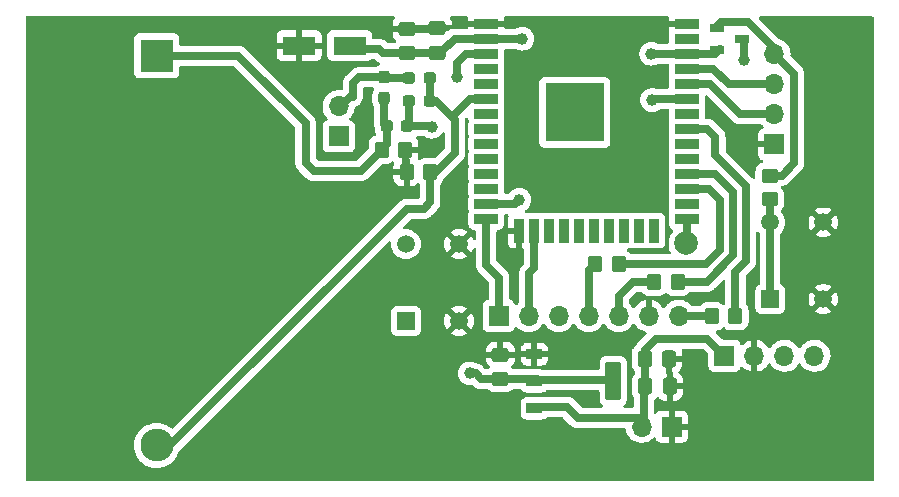
<source format=gtl>
G04 #@! TF.GenerationSoftware,KiCad,Pcbnew,(6.0.4)*
G04 #@! TF.CreationDate,2022-04-15T12:37:11+02:00*
G04 #@! TF.ProjectId,standaard,7374616e-6461-4617-9264-2e6b69636164,rev?*
G04 #@! TF.SameCoordinates,Original*
G04 #@! TF.FileFunction,Copper,L1,Top*
G04 #@! TF.FilePolarity,Positive*
%FSLAX46Y46*%
G04 Gerber Fmt 4.6, Leading zero omitted, Abs format (unit mm)*
G04 Created by KiCad (PCBNEW (6.0.4)) date 2022-04-15 12:37:11*
%MOMM*%
%LPD*%
G01*
G04 APERTURE LIST*
G04 Aperture macros list*
%AMRoundRect*
0 Rectangle with rounded corners*
0 $1 Rounding radius*
0 $2 $3 $4 $5 $6 $7 $8 $9 X,Y pos of 4 corners*
0 Add a 4 corners polygon primitive as box body*
4,1,4,$2,$3,$4,$5,$6,$7,$8,$9,$2,$3,0*
0 Add four circle primitives for the rounded corners*
1,1,$1+$1,$2,$3*
1,1,$1+$1,$4,$5*
1,1,$1+$1,$6,$7*
1,1,$1+$1,$8,$9*
0 Add four rect primitives between the rounded corners*
20,1,$1+$1,$2,$3,$4,$5,0*
20,1,$1+$1,$4,$5,$6,$7,0*
20,1,$1+$1,$6,$7,$8,$9,0*
20,1,$1+$1,$8,$9,$2,$3,0*%
G04 Aperture macros list end*
G04 #@! TA.AperFunction,ComponentPad*
%ADD10O,1.700000X1.700000*%
G04 #@! TD*
G04 #@! TA.AperFunction,ComponentPad*
%ADD11R,1.700000X1.700000*%
G04 #@! TD*
G04 #@! TA.AperFunction,ComponentPad*
%ADD12R,2.800000X2.800000*%
G04 #@! TD*
G04 #@! TA.AperFunction,ComponentPad*
%ADD13O,2.800000X2.800000*%
G04 #@! TD*
G04 #@! TA.AperFunction,SMDPad,CuDef*
%ADD14RoundRect,0.250000X-0.337500X-0.475000X0.337500X-0.475000X0.337500X0.475000X-0.337500X0.475000X0*%
G04 #@! TD*
G04 #@! TA.AperFunction,SMDPad,CuDef*
%ADD15RoundRect,0.250000X0.337500X0.475000X-0.337500X0.475000X-0.337500X-0.475000X0.337500X-0.475000X0*%
G04 #@! TD*
G04 #@! TA.AperFunction,SMDPad,CuDef*
%ADD16RoundRect,0.042000X-0.573000X-0.258000X0.573000X-0.258000X0.573000X0.258000X-0.573000X0.258000X0*%
G04 #@! TD*
G04 #@! TA.AperFunction,SMDPad,CuDef*
%ADD17RoundRect,0.093000X-0.562000X0.372000X-0.562000X-0.372000X0.562000X-0.372000X0.562000X0.372000X0*%
G04 #@! TD*
G04 #@! TA.AperFunction,SMDPad,CuDef*
%ADD18RoundRect,0.131000X-0.524000X1.489000X-0.524000X-1.489000X0.524000X-1.489000X0.524000X1.489000X0*%
G04 #@! TD*
G04 #@! TA.AperFunction,SMDPad,CuDef*
%ADD19R,5.000000X5.000000*%
G04 #@! TD*
G04 #@! TA.AperFunction,SMDPad,CuDef*
%ADD20R,2.000000X0.900000*%
G04 #@! TD*
G04 #@! TA.AperFunction,SMDPad,CuDef*
%ADD21R,0.900000X2.000000*%
G04 #@! TD*
G04 #@! TA.AperFunction,SMDPad,CuDef*
%ADD22RoundRect,0.237500X-0.237500X0.287500X-0.237500X-0.287500X0.237500X-0.287500X0.237500X0.287500X0*%
G04 #@! TD*
G04 #@! TA.AperFunction,SMDPad,CuDef*
%ADD23RoundRect,0.250000X0.350000X0.450000X-0.350000X0.450000X-0.350000X-0.450000X0.350000X-0.450000X0*%
G04 #@! TD*
G04 #@! TA.AperFunction,SMDPad,CuDef*
%ADD24RoundRect,0.237500X0.287500X0.237500X-0.287500X0.237500X-0.287500X-0.237500X0.287500X-0.237500X0*%
G04 #@! TD*
G04 #@! TA.AperFunction,SMDPad,CuDef*
%ADD25RoundRect,0.250000X0.475000X-0.337500X0.475000X0.337500X-0.475000X0.337500X-0.475000X-0.337500X0*%
G04 #@! TD*
G04 #@! TA.AperFunction,SMDPad,CuDef*
%ADD26RoundRect,0.250000X-0.450000X0.350000X-0.450000X-0.350000X0.450000X-0.350000X0.450000X0.350000X0*%
G04 #@! TD*
G04 #@! TA.AperFunction,SMDPad,CuDef*
%ADD27RoundRect,0.250000X-0.350000X-0.450000X0.350000X-0.450000X0.350000X0.450000X-0.350000X0.450000X0*%
G04 #@! TD*
G04 #@! TA.AperFunction,SMDPad,CuDef*
%ADD28R,2.800000X1.600000*%
G04 #@! TD*
G04 #@! TA.AperFunction,ComponentPad*
%ADD29R,1.498000X1.498000*%
G04 #@! TD*
G04 #@! TA.AperFunction,ComponentPad*
%ADD30C,1.498000*%
G04 #@! TD*
G04 #@! TA.AperFunction,ViaPad*
%ADD31C,1.000000*%
G04 #@! TD*
G04 #@! TA.AperFunction,ViaPad*
%ADD32C,2.000000*%
G04 #@! TD*
G04 #@! TA.AperFunction,Conductor*
%ADD33C,0.700000*%
G04 #@! TD*
G04 APERTURE END LIST*
D10*
X180869000Y-64380800D03*
D11*
X183409000Y-64380800D03*
X155209000Y-39805800D03*
D10*
X155209000Y-37265800D03*
D12*
X139809000Y-32980800D03*
D13*
X139809000Y-65980800D03*
D11*
X168759000Y-55005800D03*
D10*
X171299000Y-55005800D03*
X173839000Y-55005800D03*
X176379000Y-55005800D03*
X178919000Y-55005800D03*
X181459000Y-55005800D03*
X183999000Y-55005800D03*
D14*
X183246500Y-60980800D03*
X181171500Y-60980800D03*
D15*
X183196500Y-58630800D03*
X181121500Y-58630800D03*
D16*
X187249000Y-30630800D03*
X187249000Y-32530800D03*
X189369000Y-31580800D03*
D17*
X171778000Y-58240800D03*
X171778000Y-60530800D03*
X171778000Y-62820800D03*
D18*
X178468000Y-60530800D03*
D10*
X195499000Y-58380800D03*
X192959000Y-58380800D03*
X190419000Y-58380800D03*
D11*
X187879000Y-58380800D03*
D19*
X175209000Y-37780800D03*
D20*
X184709000Y-30280800D03*
X184709000Y-31550800D03*
X184709000Y-32820800D03*
X184709000Y-34090800D03*
X184709000Y-35360800D03*
X184709000Y-36630800D03*
X184709000Y-37900800D03*
X184709000Y-39170800D03*
X184709000Y-40440800D03*
X184709000Y-41710800D03*
X184709000Y-42980800D03*
X184709000Y-44250800D03*
X184709000Y-45520800D03*
X184709000Y-46790800D03*
D21*
X181924000Y-47790800D03*
X180654000Y-47790800D03*
X179384000Y-47790800D03*
X178114000Y-47790800D03*
X176844000Y-47790800D03*
X175574000Y-47790800D03*
X174304000Y-47790800D03*
X173034000Y-47790800D03*
X171764000Y-47790800D03*
X170494000Y-47790800D03*
D20*
X167709000Y-46790800D03*
X167709000Y-45520800D03*
X167709000Y-44250800D03*
X167709000Y-42980800D03*
X167709000Y-41710800D03*
X167709000Y-40440800D03*
X167709000Y-39170800D03*
X167709000Y-37900800D03*
X167709000Y-36630800D03*
X167709000Y-35360800D03*
X167709000Y-34090800D03*
X167709000Y-32820800D03*
X167709000Y-31550800D03*
X167709000Y-30280800D03*
D22*
X159059000Y-34805800D03*
X159059000Y-36555800D03*
D23*
X186809000Y-55030800D03*
X188809000Y-55030800D03*
D24*
X161184000Y-36830800D03*
X162934000Y-36830800D03*
D25*
X168909000Y-60368300D03*
X168909000Y-58293300D03*
X161009000Y-32768300D03*
X161009000Y-30693300D03*
D26*
X191709000Y-45130800D03*
X191709000Y-43130800D03*
D23*
X183909000Y-52130800D03*
X181909000Y-52130800D03*
D27*
X160959000Y-42830800D03*
X162959000Y-42830800D03*
D24*
X159284000Y-38930800D03*
X161034000Y-38930800D03*
D23*
X178909000Y-50630800D03*
X176909000Y-50630800D03*
D27*
X158859000Y-40930800D03*
X160859000Y-40930800D03*
D24*
X161184000Y-34880800D03*
X162934000Y-34880800D03*
D25*
X163559000Y-32718300D03*
X163559000Y-30643300D03*
D11*
X192109000Y-40480800D03*
D10*
X192109000Y-37940800D03*
X192109000Y-35400800D03*
X192109000Y-32860800D03*
D28*
X156159000Y-32130800D03*
X151859000Y-32130800D03*
D29*
X191759000Y-53595800D03*
D30*
X191759000Y-47095800D03*
X196259000Y-53595800D03*
X196259000Y-47095800D03*
D29*
X160909000Y-55430800D03*
D30*
X160909000Y-48930800D03*
X165409000Y-55430800D03*
X165409000Y-48930800D03*
D31*
X157859000Y-30330800D03*
X195709000Y-33330800D03*
X172359000Y-42780800D03*
X145409000Y-51830800D03*
X145859000Y-41080800D03*
X152409000Y-46130800D03*
X170059000Y-50430800D03*
X166309000Y-59880800D03*
X165209000Y-34780800D03*
X163109000Y-38980800D03*
X189544000Y-33315800D03*
X170769000Y-31540800D03*
X181679000Y-32810800D03*
D32*
X184659000Y-48881300D03*
D31*
X170509000Y-45180800D03*
X156959000Y-56780800D03*
X181759000Y-36730800D03*
D33*
X180869000Y-63800800D02*
X181039000Y-63630800D01*
X180869000Y-64380800D02*
X180869000Y-63800800D01*
X192109000Y-32370422D02*
X192109000Y-32860800D01*
X189869378Y-30130800D02*
X192109000Y-32370422D01*
X187249000Y-30490800D02*
X187609000Y-30130800D01*
X187609000Y-30130800D02*
X189869378Y-30130800D01*
X187249000Y-30630800D02*
X187249000Y-30490800D01*
X181039000Y-61150800D02*
X181039000Y-63630800D01*
X181039000Y-63630800D02*
X175459000Y-63630800D01*
X175459000Y-63630800D02*
X174549000Y-62720800D01*
X174549000Y-62720800D02*
X171778000Y-62720800D01*
X181259000Y-60930800D02*
X181039000Y-61150800D01*
X167296500Y-60368300D02*
X166809000Y-59880800D01*
X168909000Y-60368300D02*
X167296500Y-60368300D01*
X166309000Y-59880800D02*
X166809000Y-59880800D01*
X178468000Y-60430800D02*
X171209000Y-60430800D01*
X172046500Y-60368300D02*
X172109000Y-60430800D01*
X168909000Y-60368300D02*
X172046500Y-60368300D01*
X139809000Y-65980800D02*
X140959000Y-65980800D01*
X158859000Y-40980800D02*
X158859000Y-40930800D01*
X153109000Y-42730800D02*
X157109000Y-42730800D01*
X152409000Y-42030800D02*
X153109000Y-42730800D01*
X152409000Y-38680800D02*
X152409000Y-42030800D01*
X157109000Y-42730800D02*
X158859000Y-40980800D01*
X146709000Y-32980800D02*
X152409000Y-38680800D01*
X139809000Y-32980800D02*
X146709000Y-32980800D01*
X193759000Y-34510800D02*
X193759000Y-42080800D01*
X192109000Y-32860800D02*
X193759000Y-34510800D01*
X192109000Y-37940800D02*
X189219000Y-37940800D01*
X192189000Y-35400800D02*
X192259000Y-35330800D01*
X188233956Y-35400800D02*
X192189000Y-35400800D01*
X192708022Y-43130800D02*
X192708511Y-43131289D01*
X191709000Y-43130800D02*
X192708022Y-43130800D01*
X191709000Y-46980800D02*
X191809000Y-47080800D01*
X191709000Y-45130800D02*
X191709000Y-46980800D01*
X155409000Y-37230800D02*
X155309000Y-37230800D01*
X156409000Y-36230800D02*
X155409000Y-37230800D01*
X156409000Y-35930800D02*
X156409000Y-36230800D01*
X156409000Y-35930800D02*
X156409000Y-36460800D01*
X156409000Y-35330800D02*
X156409000Y-35930800D01*
X181121500Y-57918300D02*
X182109000Y-56930800D01*
X181121500Y-58630800D02*
X181121500Y-57918300D01*
X186429000Y-56930800D02*
X182109000Y-56930800D01*
X187879000Y-58380800D02*
X186429000Y-56930800D01*
X181121500Y-58630800D02*
X181121500Y-60643300D01*
X165049000Y-31540800D02*
X164059000Y-32530800D01*
X167709000Y-31540800D02*
X165049000Y-31540800D01*
X163571500Y-32768300D02*
X163609000Y-32730800D01*
X161009000Y-32768300D02*
X163571500Y-32768300D01*
X158996500Y-32768300D02*
X158659000Y-32430800D01*
X161009000Y-32768300D02*
X158996500Y-32768300D01*
X156296500Y-32430800D02*
X158659000Y-32430800D01*
X161009000Y-30693300D02*
X163396500Y-30693300D01*
X163396500Y-30693300D02*
X163559000Y-30530800D01*
X162959000Y-45380800D02*
X162409000Y-45930800D01*
X162959000Y-42830800D02*
X162959000Y-45380800D01*
X161009000Y-45930800D02*
X162409000Y-45930800D01*
X140959000Y-65980800D02*
X161009000Y-45930800D01*
X159284000Y-40455800D02*
X158959000Y-40780800D01*
X159284000Y-38930800D02*
X159284000Y-40455800D01*
X159059000Y-38730800D02*
X159259000Y-38930800D01*
X159059000Y-36555800D02*
X159059000Y-38730800D01*
X166369000Y-36620800D02*
X164796091Y-38193709D01*
X167709000Y-36620800D02*
X166369000Y-36620800D01*
X165069489Y-38467106D02*
X165069489Y-41220311D01*
X162934000Y-36830800D02*
X163433183Y-36830800D01*
X163433183Y-36830800D02*
X165069489Y-38467106D01*
X163459000Y-42830800D02*
X165069489Y-41220311D01*
X162959000Y-42830800D02*
X163459000Y-42830800D01*
X165209000Y-33610800D02*
X165209000Y-34780800D01*
X166009000Y-32810800D02*
X165209000Y-33610800D01*
X167709000Y-32810800D02*
X166009000Y-32810800D01*
X161184000Y-38655800D02*
X161109000Y-38730800D01*
X161184000Y-36830800D02*
X161184000Y-38655800D01*
X163059000Y-38930800D02*
X163109000Y-38980800D01*
X161034000Y-38930800D02*
X163059000Y-38930800D01*
X159059000Y-34805800D02*
X156934000Y-34805800D01*
X156934000Y-34805800D02*
X156409000Y-35330800D01*
X159209000Y-34880800D02*
X159009000Y-34680800D01*
X161184000Y-34880800D02*
X159209000Y-34880800D01*
X162934000Y-36830800D02*
X163073511Y-36691289D01*
X162934000Y-36555800D02*
X163059000Y-36680800D01*
X162934000Y-34880800D02*
X162934000Y-36555800D01*
X192708511Y-43131289D02*
X193759000Y-42080800D01*
X186913956Y-34080800D02*
X188233956Y-35400800D01*
X184709000Y-34080800D02*
X186913956Y-34080800D01*
X189219000Y-37940800D02*
X186629000Y-35350800D01*
X184709000Y-35350800D02*
X186629000Y-35350800D01*
X189544000Y-31580800D02*
X189544000Y-33315800D01*
X184709000Y-36620800D02*
X181869000Y-36620800D01*
X181869000Y-36620800D02*
X181759000Y-36730800D01*
X184709000Y-32810800D02*
X187079000Y-32810800D01*
X187079000Y-32810800D02*
X187459000Y-32430800D01*
X167709000Y-31540800D02*
X170769000Y-31540800D01*
X184709000Y-32810800D02*
X181679000Y-32810800D01*
X191709000Y-46780800D02*
X191859000Y-46930800D01*
X191909000Y-46930800D02*
X191909000Y-46980800D01*
X191959000Y-46880800D02*
X191909000Y-46930800D01*
X191759000Y-53280800D02*
X191609000Y-53430800D01*
X191759000Y-47095800D02*
X191759000Y-53280800D01*
X184709000Y-48430800D02*
X184709000Y-48831300D01*
X184709000Y-48831300D02*
X184659000Y-48881300D01*
X184709000Y-46780800D02*
X184709000Y-48430800D01*
X187109000Y-39860800D02*
X186409000Y-39160800D01*
X186409000Y-39160800D02*
X184709000Y-39160800D01*
X187109000Y-41425844D02*
X187109000Y-39860800D01*
X189708520Y-50341192D02*
X189708520Y-44025364D01*
X189708520Y-44025364D02*
X187109000Y-41425844D01*
X188809000Y-51280800D02*
X188788956Y-51260756D01*
X188788956Y-51260756D02*
X189708520Y-50341192D01*
X188809000Y-55030800D02*
X188809000Y-51280800D01*
X183999000Y-55005800D02*
X186434000Y-55005800D01*
X186434000Y-55005800D02*
X186709000Y-54730800D01*
X186363956Y-52130800D02*
X183909000Y-52130800D01*
X188609000Y-49885756D02*
X186363956Y-52130800D01*
X187099000Y-42970800D02*
X188609000Y-44480800D01*
X188609000Y-44480800D02*
X188609000Y-49885756D01*
X184709000Y-42970800D02*
X187099000Y-42970800D01*
X186309000Y-50630800D02*
X187509000Y-49430800D01*
X187509000Y-49430800D02*
X187509000Y-45180800D01*
X178909000Y-50630800D02*
X186309000Y-50630800D01*
X180109000Y-52130800D02*
X178919000Y-53320800D01*
X181909000Y-52130800D02*
X180109000Y-52130800D01*
X178919000Y-53320800D02*
X178919000Y-55005800D01*
X176429000Y-51110800D02*
X176909000Y-50630800D01*
X176429000Y-54055800D02*
X176429000Y-51110800D01*
X186569000Y-44240800D02*
X187509000Y-45180800D01*
X170179000Y-45510800D02*
X170509000Y-45180800D01*
X167709000Y-45510800D02*
X170179000Y-45510800D01*
X171349000Y-51390800D02*
X171764000Y-50975800D01*
X171349000Y-54055800D02*
X171349000Y-51390800D01*
X171764000Y-50975800D02*
X171764000Y-47780800D01*
X168809000Y-51780800D02*
X167709000Y-50680800D01*
X167709000Y-50680800D02*
X167709000Y-46780800D01*
X168809000Y-54055800D02*
X168809000Y-51780800D01*
X184709000Y-44240800D02*
X186569000Y-44240800D01*
G04 #@! TA.AperFunction,Conductor*
G36*
X159939485Y-29662302D02*
G01*
X159985978Y-29715958D01*
X159996082Y-29786232D01*
X159966588Y-29850812D01*
X159960536Y-29857318D01*
X159940265Y-29877624D01*
X159931249Y-29889040D01*
X159846184Y-30027043D01*
X159840037Y-30040224D01*
X159788862Y-30194510D01*
X159785995Y-30207886D01*
X159776328Y-30302238D01*
X159776000Y-30308655D01*
X159776000Y-30421185D01*
X159780475Y-30436424D01*
X159781865Y-30437629D01*
X159789548Y-30439300D01*
X161137000Y-30439300D01*
X161205121Y-30459302D01*
X161251614Y-30512958D01*
X161263000Y-30565300D01*
X161263000Y-30821300D01*
X161242998Y-30889421D01*
X161189342Y-30935914D01*
X161137000Y-30947300D01*
X159794116Y-30947300D01*
X159778877Y-30951775D01*
X159777672Y-30953165D01*
X159776001Y-30960848D01*
X159776001Y-31077895D01*
X159776338Y-31084414D01*
X159786257Y-31180006D01*
X159789149Y-31193400D01*
X159840588Y-31347584D01*
X159846761Y-31360762D01*
X159932063Y-31498607D01*
X159941099Y-31510008D01*
X160055828Y-31624538D01*
X160064762Y-31631594D01*
X160105823Y-31689512D01*
X160109053Y-31760435D01*
X160073426Y-31821846D01*
X160065593Y-31828646D01*
X160059652Y-31832322D01*
X160021107Y-31870935D01*
X160019228Y-31872817D01*
X159956945Y-31906897D01*
X159930054Y-31909800D01*
X159404293Y-31909800D01*
X159336172Y-31889798D01*
X159315198Y-31872895D01*
X159295321Y-31853018D01*
X159288178Y-31845251D01*
X159258936Y-31810647D01*
X159258932Y-31810643D01*
X159254529Y-31805433D01*
X159244924Y-31798089D01*
X159190038Y-31756126D01*
X159187615Y-31754227D01*
X159129583Y-31707568D01*
X159129582Y-31707567D01*
X159124262Y-31703290D01*
X159118143Y-31700253D01*
X159115348Y-31698465D01*
X159114987Y-31698212D01*
X159114620Y-31698010D01*
X159111762Y-31696279D01*
X159106348Y-31692140D01*
X159032736Y-31657814D01*
X159029964Y-31656480D01*
X159028921Y-31655962D01*
X158957186Y-31620353D01*
X158950565Y-31618702D01*
X158947437Y-31617551D01*
X158947044Y-31617387D01*
X158946639Y-31617268D01*
X158943475Y-31616191D01*
X158937296Y-31613310D01*
X158858000Y-31595585D01*
X158855002Y-31594876D01*
X158782821Y-31576879D01*
X158782820Y-31576879D01*
X158776199Y-31575228D01*
X158769378Y-31575037D01*
X158766075Y-31574585D01*
X158765191Y-31574426D01*
X158760308Y-31573748D01*
X158755260Y-31572620D01*
X158749537Y-31572300D01*
X158673156Y-31572300D01*
X158669637Y-31572251D01*
X158589743Y-31570019D01*
X158583039Y-31571298D01*
X158576238Y-31571845D01*
X158576196Y-31571325D01*
X158565875Y-31572300D01*
X158193500Y-31572300D01*
X158125379Y-31552298D01*
X158078886Y-31498642D01*
X158067500Y-31446300D01*
X158067500Y-31282666D01*
X158060745Y-31220484D01*
X158009615Y-31084095D01*
X157922261Y-30967539D01*
X157805705Y-30880185D01*
X157669316Y-30829055D01*
X157607134Y-30822300D01*
X154710866Y-30822300D01*
X154648684Y-30829055D01*
X154512295Y-30880185D01*
X154395739Y-30967539D01*
X154308385Y-31084095D01*
X154257255Y-31220484D01*
X154250500Y-31282666D01*
X154250500Y-32978934D01*
X154257255Y-33041116D01*
X154308385Y-33177505D01*
X154395739Y-33294061D01*
X154512295Y-33381415D01*
X154648684Y-33432545D01*
X154710866Y-33439300D01*
X157607134Y-33439300D01*
X157669316Y-33432545D01*
X157805705Y-33381415D01*
X157895024Y-33314474D01*
X157961530Y-33289626D01*
X157970589Y-33289300D01*
X158251208Y-33289300D01*
X158319329Y-33309302D01*
X158340303Y-33326205D01*
X158360174Y-33346076D01*
X158367316Y-33353842D01*
X158400971Y-33393667D01*
X158406390Y-33397811D01*
X158406392Y-33397812D01*
X158430810Y-33416481D01*
X158465517Y-33443017D01*
X158467919Y-33444901D01*
X158525911Y-33491528D01*
X158525917Y-33491532D01*
X158531238Y-33495810D01*
X158537357Y-33498847D01*
X158540152Y-33500635D01*
X158540513Y-33500888D01*
X158540880Y-33501090D01*
X158543738Y-33502821D01*
X158549152Y-33506960D01*
X158622762Y-33541285D01*
X158625536Y-33542620D01*
X158658803Y-33559134D01*
X158710926Y-33607340D01*
X158728713Y-33676072D01*
X158706517Y-33743510D01*
X158651384Y-33788242D01*
X158642661Y-33791516D01*
X158502893Y-33838146D01*
X158362490Y-33925030D01*
X158356973Y-33928444D01*
X158290670Y-33947300D01*
X156975390Y-33947300D01*
X156964847Y-33946858D01*
X156912901Y-33942496D01*
X156906141Y-33943398D01*
X156906139Y-33943398D01*
X156832398Y-33953237D01*
X156829343Y-33953607D01*
X156797111Y-33957109D01*
X156748563Y-33962383D01*
X156742099Y-33964558D01*
X156738824Y-33965278D01*
X156738428Y-33965348D01*
X156738004Y-33965471D01*
X156734784Y-33966262D01*
X156728011Y-33967166D01*
X156651677Y-33994949D01*
X156648802Y-33995956D01*
X156630227Y-34002207D01*
X156571777Y-34021878D01*
X156565923Y-34025396D01*
X156562916Y-34026785D01*
X156562511Y-34026952D01*
X156562135Y-34027157D01*
X156559148Y-34028627D01*
X156552732Y-34030962D01*
X156484080Y-34074530D01*
X156481611Y-34076055D01*
X156411891Y-34117947D01*
X156406934Y-34122634D01*
X156404277Y-34124651D01*
X156403531Y-34125169D01*
X156399598Y-34128144D01*
X156395241Y-34130909D01*
X156390968Y-34134730D01*
X156336989Y-34188709D01*
X156334467Y-34191163D01*
X156276364Y-34246108D01*
X156272526Y-34251756D01*
X156268107Y-34256948D01*
X156267708Y-34256608D01*
X156261100Y-34264598D01*
X155831212Y-34694485D01*
X155823445Y-34701627D01*
X155783633Y-34735271D01*
X155779486Y-34740695D01*
X155779485Y-34740696D01*
X155734326Y-34799762D01*
X155732432Y-34802179D01*
X155681490Y-34865538D01*
X155678453Y-34871657D01*
X155676665Y-34874452D01*
X155676412Y-34874813D01*
X155676210Y-34875180D01*
X155674479Y-34878038D01*
X155670340Y-34883452D01*
X155656954Y-34912158D01*
X155636015Y-34957062D01*
X155634681Y-34959833D01*
X155598553Y-35032614D01*
X155596902Y-35039235D01*
X155595751Y-35042363D01*
X155595587Y-35042756D01*
X155595468Y-35043161D01*
X155594391Y-35046325D01*
X155591510Y-35052504D01*
X155590023Y-35059158D01*
X155573785Y-35131802D01*
X155573076Y-35134798D01*
X155553428Y-35213601D01*
X155553237Y-35220422D01*
X155552785Y-35223725D01*
X155552626Y-35224609D01*
X155551948Y-35229492D01*
X155550820Y-35234540D01*
X155550500Y-35240263D01*
X155550500Y-35316644D01*
X155550451Y-35320163D01*
X155548219Y-35400057D01*
X155549498Y-35406761D01*
X155550045Y-35413562D01*
X155549525Y-35413604D01*
X155550500Y-35423925D01*
X155550500Y-35796247D01*
X155530498Y-35864368D01*
X155476842Y-35910861D01*
X155402404Y-35920294D01*
X155359161Y-35912591D01*
X155342371Y-35909600D01*
X155342369Y-35909600D01*
X155337284Y-35908694D01*
X155263452Y-35907792D01*
X155119081Y-35906028D01*
X155119079Y-35906028D01*
X155113911Y-35905965D01*
X154893091Y-35939755D01*
X154680756Y-36009157D01*
X154676164Y-36011547D01*
X154676165Y-36011547D01*
X154491711Y-36107568D01*
X154482607Y-36112307D01*
X154478474Y-36115410D01*
X154478471Y-36115412D01*
X154310600Y-36241453D01*
X154303965Y-36246435D01*
X154149629Y-36407938D01*
X154023743Y-36592480D01*
X154021564Y-36597175D01*
X153933308Y-36787307D01*
X153929688Y-36795105D01*
X153869989Y-37010370D01*
X153846251Y-37232495D01*
X153846548Y-37237648D01*
X153846548Y-37237651D01*
X153855154Y-37386907D01*
X153859110Y-37455515D01*
X153860247Y-37460561D01*
X153860248Y-37460567D01*
X153864470Y-37479300D01*
X153908222Y-37673439D01*
X153992266Y-37880416D01*
X153994965Y-37884820D01*
X154101065Y-38057960D01*
X154108987Y-38070888D01*
X154255250Y-38239738D01*
X154259230Y-38243042D01*
X154263981Y-38246987D01*
X154303616Y-38305890D01*
X154305113Y-38376871D01*
X154267997Y-38437393D01*
X154227725Y-38461912D01*
X154210120Y-38468512D01*
X154112295Y-38505185D01*
X153995739Y-38592539D01*
X153908385Y-38709095D01*
X153857255Y-38845484D01*
X153850500Y-38907666D01*
X153850500Y-40703934D01*
X153857255Y-40766116D01*
X153908385Y-40902505D01*
X153995739Y-41019061D01*
X154112295Y-41106415D01*
X154248684Y-41157545D01*
X154310866Y-41164300D01*
X156107134Y-41164300D01*
X156169316Y-41157545D01*
X156305705Y-41106415D01*
X156422261Y-41019061D01*
X156509615Y-40902505D01*
X156560745Y-40766116D01*
X156567500Y-40703934D01*
X156567500Y-38907666D01*
X156560745Y-38845484D01*
X156509615Y-38709095D01*
X156422261Y-38592539D01*
X156305705Y-38505185D01*
X156279505Y-38495363D01*
X156187203Y-38460760D01*
X156130439Y-38418118D01*
X156105739Y-38351556D01*
X156120947Y-38282208D01*
X156142493Y-38253527D01*
X156247096Y-38149289D01*
X156299394Y-38076509D01*
X156374435Y-37972077D01*
X156377453Y-37967877D01*
X156443470Y-37834302D01*
X156474136Y-37772253D01*
X156474137Y-37772251D01*
X156476430Y-37767611D01*
X156538615Y-37562936D01*
X156539865Y-37558823D01*
X156539865Y-37558821D01*
X156541370Y-37553869D01*
X156563120Y-37388668D01*
X156591843Y-37323741D01*
X156654582Y-37283639D01*
X156720316Y-37265533D01*
X156726898Y-37263720D01*
X156891898Y-37176725D01*
X156897111Y-37172320D01*
X156897115Y-37172317D01*
X157029153Y-37060736D01*
X157029157Y-37060732D01*
X157034367Y-37056329D01*
X157042727Y-37045395D01*
X157143516Y-36913569D01*
X157143519Y-36913565D01*
X157147660Y-36908148D01*
X157226490Y-36739096D01*
X157267180Y-36557060D01*
X157267500Y-36551337D01*
X157267500Y-36244971D01*
X157267549Y-36241453D01*
X157269591Y-36168363D01*
X157269591Y-36168358D01*
X157269781Y-36161543D01*
X157268503Y-36154842D01*
X157267955Y-36148038D01*
X157268475Y-36147996D01*
X157267500Y-36137675D01*
X157267500Y-35790300D01*
X157287502Y-35722179D01*
X157341158Y-35675686D01*
X157393500Y-35664300D01*
X158091760Y-35664300D01*
X158159881Y-35684302D01*
X158206374Y-35737958D01*
X158216478Y-35808232D01*
X158199020Y-35856415D01*
X158178126Y-35890312D01*
X158147649Y-35939755D01*
X158140791Y-35950880D01*
X158086026Y-36115991D01*
X158085326Y-36122827D01*
X158085325Y-36122830D01*
X158082011Y-36155174D01*
X158075500Y-36218728D01*
X158075500Y-36892872D01*
X158075837Y-36896118D01*
X158075837Y-36896122D01*
X158078464Y-36921435D01*
X158086293Y-36996893D01*
X158088474Y-37003429D01*
X158088474Y-37003431D01*
X158104312Y-37050904D01*
X158141346Y-37161907D01*
X158145202Y-37168138D01*
X158181644Y-37227028D01*
X158200500Y-37293331D01*
X158200500Y-38689410D01*
X158200058Y-38699952D01*
X158195696Y-38751899D01*
X158196598Y-38758659D01*
X158196598Y-38758661D01*
X158206437Y-38832402D01*
X158206807Y-38835457D01*
X158208750Y-38853340D01*
X158215583Y-38916237D01*
X158217758Y-38922701D01*
X158218478Y-38925976D01*
X158218548Y-38926372D01*
X158218671Y-38926796D01*
X158219462Y-38930016D01*
X158220366Y-38936789D01*
X158222703Y-38943209D01*
X158242901Y-38998704D01*
X158250500Y-39041798D01*
X158250500Y-39217872D01*
X158250837Y-39221118D01*
X158250837Y-39221122D01*
X158255003Y-39261267D01*
X158261293Y-39321893D01*
X158263474Y-39328429D01*
X158263474Y-39328431D01*
X158303392Y-39448078D01*
X158316346Y-39486907D01*
X158320200Y-39493135D01*
X158320201Y-39493137D01*
X158327570Y-39505045D01*
X158365154Y-39565781D01*
X158383992Y-39634230D01*
X158362831Y-39702000D01*
X158308390Y-39747571D01*
X158297886Y-39751605D01*
X158192009Y-39786928D01*
X158191997Y-39786934D01*
X158185054Y-39789250D01*
X158034652Y-39882322D01*
X157909695Y-40007497D01*
X157816885Y-40158062D01*
X157814581Y-40165009D01*
X157769655Y-40300458D01*
X157761203Y-40325939D01*
X157750500Y-40430400D01*
X157750500Y-40823007D01*
X157730498Y-40891128D01*
X157713595Y-40912102D01*
X156790302Y-41835395D01*
X156727990Y-41869421D01*
X156701207Y-41872300D01*
X153516793Y-41872300D01*
X153448672Y-41852298D01*
X153427697Y-41835395D01*
X153304404Y-41712101D01*
X153270379Y-41649789D01*
X153267500Y-41623006D01*
X153267500Y-38722190D01*
X153267942Y-38711647D01*
X153271215Y-38672666D01*
X153272304Y-38659701D01*
X153271402Y-38652939D01*
X153261563Y-38579198D01*
X153261193Y-38576143D01*
X153256319Y-38531285D01*
X153252417Y-38495363D01*
X153250242Y-38488899D01*
X153249522Y-38485624D01*
X153249452Y-38485228D01*
X153249329Y-38484804D01*
X153248538Y-38481585D01*
X153247634Y-38474811D01*
X153219852Y-38398480D01*
X153218855Y-38395630D01*
X153195100Y-38325045D01*
X153195095Y-38325035D01*
X153192922Y-38318577D01*
X153189410Y-38312731D01*
X153188008Y-38309698D01*
X153187850Y-38309314D01*
X153187637Y-38308924D01*
X153186172Y-38305945D01*
X153183837Y-38299532D01*
X153180183Y-38293774D01*
X153180180Y-38293768D01*
X153140313Y-38230947D01*
X153138696Y-38228329D01*
X153100369Y-38164542D01*
X153100367Y-38164540D01*
X153096853Y-38158691D01*
X153092163Y-38153732D01*
X153090150Y-38151080D01*
X153089646Y-38150355D01*
X153086666Y-38146415D01*
X153083891Y-38142041D01*
X153080070Y-38137768D01*
X153026092Y-38083790D01*
X153023638Y-38081268D01*
X153001597Y-38057960D01*
X152968692Y-38023164D01*
X152963044Y-38019326D01*
X152957852Y-38014907D01*
X152958192Y-38014507D01*
X152950200Y-38007898D01*
X150149282Y-35206979D01*
X147917772Y-32975469D01*
X149951001Y-32975469D01*
X149951371Y-32982290D01*
X149956895Y-33033152D01*
X149960521Y-33048404D01*
X150005676Y-33168854D01*
X150014214Y-33184449D01*
X150090715Y-33286524D01*
X150103276Y-33299085D01*
X150205351Y-33375586D01*
X150220946Y-33384124D01*
X150341394Y-33429278D01*
X150356649Y-33432905D01*
X150407514Y-33438431D01*
X150414328Y-33438800D01*
X151586885Y-33438800D01*
X151602124Y-33434325D01*
X151603329Y-33432935D01*
X151605000Y-33425252D01*
X151605000Y-33420684D01*
X152113000Y-33420684D01*
X152117475Y-33435923D01*
X152118865Y-33437128D01*
X152126548Y-33438799D01*
X153303669Y-33438799D01*
X153310490Y-33438429D01*
X153361352Y-33432905D01*
X153376604Y-33429279D01*
X153497054Y-33384124D01*
X153512649Y-33375586D01*
X153614724Y-33299085D01*
X153627285Y-33286524D01*
X153703786Y-33184449D01*
X153712324Y-33168854D01*
X153757478Y-33048406D01*
X153761105Y-33033151D01*
X153766631Y-32982286D01*
X153767000Y-32975472D01*
X153767000Y-32402915D01*
X153762525Y-32387676D01*
X153761135Y-32386471D01*
X153753452Y-32384800D01*
X152131115Y-32384800D01*
X152115876Y-32389275D01*
X152114671Y-32390665D01*
X152113000Y-32398348D01*
X152113000Y-33420684D01*
X151605000Y-33420684D01*
X151605000Y-32402915D01*
X151600525Y-32387676D01*
X151599135Y-32386471D01*
X151591452Y-32384800D01*
X149969116Y-32384800D01*
X149953877Y-32389275D01*
X149952672Y-32390665D01*
X149951001Y-32398348D01*
X149951001Y-32975469D01*
X147917772Y-32975469D01*
X147345320Y-32403017D01*
X147338177Y-32395250D01*
X147333128Y-32389275D01*
X147304529Y-32355433D01*
X147240031Y-32306121D01*
X147237615Y-32304227D01*
X147179583Y-32257568D01*
X147179582Y-32257567D01*
X147174262Y-32253290D01*
X147168143Y-32250253D01*
X147165348Y-32248465D01*
X147164987Y-32248212D01*
X147164620Y-32248010D01*
X147161762Y-32246279D01*
X147156348Y-32242140D01*
X147082736Y-32207814D01*
X147079964Y-32206480D01*
X147013296Y-32173386D01*
X147007186Y-32170353D01*
X147000565Y-32168702D01*
X146997437Y-32167551D01*
X146997044Y-32167387D01*
X146996639Y-32167268D01*
X146993475Y-32166191D01*
X146987296Y-32163310D01*
X146908000Y-32145585D01*
X146905002Y-32144876D01*
X146832821Y-32126879D01*
X146832820Y-32126879D01*
X146826199Y-32125228D01*
X146819378Y-32125037D01*
X146816075Y-32124585D01*
X146815191Y-32124426D01*
X146810308Y-32123748D01*
X146805260Y-32122620D01*
X146799537Y-32122300D01*
X146723156Y-32122300D01*
X146719637Y-32122251D01*
X146639743Y-32120019D01*
X146633039Y-32121298D01*
X146626238Y-32121845D01*
X146626196Y-32121325D01*
X146615875Y-32122300D01*
X141843500Y-32122300D01*
X141775379Y-32102298D01*
X141728886Y-32048642D01*
X141717500Y-31996300D01*
X141717500Y-31858685D01*
X149951000Y-31858685D01*
X149955475Y-31873924D01*
X149956865Y-31875129D01*
X149964548Y-31876800D01*
X151586885Y-31876800D01*
X151602124Y-31872325D01*
X151603329Y-31870935D01*
X151605000Y-31863252D01*
X151605000Y-31858685D01*
X152113000Y-31858685D01*
X152117475Y-31873924D01*
X152118865Y-31875129D01*
X152126548Y-31876800D01*
X153748884Y-31876800D01*
X153764123Y-31872325D01*
X153765328Y-31870935D01*
X153766999Y-31863252D01*
X153766999Y-31286131D01*
X153766629Y-31279310D01*
X153761105Y-31228448D01*
X153757479Y-31213196D01*
X153712324Y-31092746D01*
X153703786Y-31077151D01*
X153627285Y-30975076D01*
X153614724Y-30962515D01*
X153512649Y-30886014D01*
X153497054Y-30877476D01*
X153376606Y-30832322D01*
X153361351Y-30828695D01*
X153310486Y-30823169D01*
X153303672Y-30822800D01*
X152131115Y-30822800D01*
X152115876Y-30827275D01*
X152114671Y-30828665D01*
X152113000Y-30836348D01*
X152113000Y-31858685D01*
X151605000Y-31858685D01*
X151605000Y-30840916D01*
X151600525Y-30825677D01*
X151599135Y-30824472D01*
X151591452Y-30822801D01*
X150414331Y-30822801D01*
X150407510Y-30823171D01*
X150356648Y-30828695D01*
X150341396Y-30832321D01*
X150220946Y-30877476D01*
X150205351Y-30886014D01*
X150103276Y-30962515D01*
X150090715Y-30975076D01*
X150014214Y-31077151D01*
X150005676Y-31092746D01*
X149960522Y-31213194D01*
X149956895Y-31228449D01*
X149951369Y-31279314D01*
X149951000Y-31286128D01*
X149951000Y-31858685D01*
X141717500Y-31858685D01*
X141717500Y-31532666D01*
X141710745Y-31470484D01*
X141659615Y-31334095D01*
X141572261Y-31217539D01*
X141455705Y-31130185D01*
X141319316Y-31079055D01*
X141257134Y-31072300D01*
X138360866Y-31072300D01*
X138298684Y-31079055D01*
X138162295Y-31130185D01*
X138045739Y-31217539D01*
X137958385Y-31334095D01*
X137907255Y-31470484D01*
X137900500Y-31532666D01*
X137900500Y-34428934D01*
X137907255Y-34491116D01*
X137958385Y-34627505D01*
X138045739Y-34744061D01*
X138162295Y-34831415D01*
X138298684Y-34882545D01*
X138360866Y-34889300D01*
X141257134Y-34889300D01*
X141319316Y-34882545D01*
X141455705Y-34831415D01*
X141572261Y-34744061D01*
X141659615Y-34627505D01*
X141710745Y-34491116D01*
X141717500Y-34428934D01*
X141717500Y-33965300D01*
X141737502Y-33897179D01*
X141791158Y-33850686D01*
X141843500Y-33839300D01*
X146301208Y-33839300D01*
X146369329Y-33859302D01*
X146390303Y-33876205D01*
X151513595Y-38999497D01*
X151547621Y-39061809D01*
X151550500Y-39088592D01*
X151550500Y-41989410D01*
X151550058Y-41999952D01*
X151545696Y-42051899D01*
X151546598Y-42058659D01*
X151546598Y-42058661D01*
X151556437Y-42132402D01*
X151556807Y-42135457D01*
X151558121Y-42147553D01*
X151565583Y-42216237D01*
X151567758Y-42222701D01*
X151568478Y-42225976D01*
X151568548Y-42226372D01*
X151568671Y-42226796D01*
X151569462Y-42230016D01*
X151570366Y-42236789D01*
X151598139Y-42313094D01*
X151599156Y-42315998D01*
X151602939Y-42327238D01*
X151625078Y-42393023D01*
X151628596Y-42398877D01*
X151629985Y-42401884D01*
X151630152Y-42402289D01*
X151630357Y-42402665D01*
X151631827Y-42405652D01*
X151634162Y-42412068D01*
X151677730Y-42480720D01*
X151679255Y-42483189D01*
X151721147Y-42552909D01*
X151725834Y-42557866D01*
X151727851Y-42560523D01*
X151728369Y-42561269D01*
X151731344Y-42565202D01*
X151734109Y-42569559D01*
X151737930Y-42573832D01*
X151791908Y-42627810D01*
X151794362Y-42630332D01*
X151842027Y-42680736D01*
X151849308Y-42688436D01*
X151854950Y-42692271D01*
X151860148Y-42696694D01*
X151859811Y-42697090D01*
X151867802Y-42703704D01*
X152472674Y-43308576D01*
X152479816Y-43316342D01*
X152513471Y-43356167D01*
X152518890Y-43360310D01*
X152518892Y-43360312D01*
X152578008Y-43405510D01*
X152580429Y-43407409D01*
X152636867Y-43452785D01*
X152643738Y-43458309D01*
X152649850Y-43461343D01*
X152652644Y-43463130D01*
X152653004Y-43463382D01*
X152653373Y-43463585D01*
X152656234Y-43465317D01*
X152661652Y-43469460D01*
X152667835Y-43472343D01*
X152667838Y-43472345D01*
X152735268Y-43503789D01*
X152738041Y-43505123D01*
X152804700Y-43538213D01*
X152804704Y-43538215D01*
X152810813Y-43541247D01*
X152817432Y-43542897D01*
X152820568Y-43544051D01*
X152820957Y-43544213D01*
X152821379Y-43544337D01*
X152824519Y-43545406D01*
X152830704Y-43548290D01*
X152906081Y-43565138D01*
X152909998Y-43566014D01*
X152912994Y-43566723D01*
X152979733Y-43583363D01*
X152991801Y-43586372D01*
X152998622Y-43586563D01*
X153001925Y-43587015D01*
X153002809Y-43587174D01*
X153007692Y-43587852D01*
X153012740Y-43588980D01*
X153018463Y-43589300D01*
X153094844Y-43589300D01*
X153098363Y-43589349D01*
X153178257Y-43591581D01*
X153184961Y-43590302D01*
X153191762Y-43589755D01*
X153191804Y-43590275D01*
X153202125Y-43589300D01*
X157067610Y-43589300D01*
X157078152Y-43589742D01*
X157130099Y-43594104D01*
X157136859Y-43593202D01*
X157136861Y-43593202D01*
X157210602Y-43583363D01*
X157213657Y-43582993D01*
X157245889Y-43579491D01*
X157294437Y-43574217D01*
X157300901Y-43572042D01*
X157304176Y-43571322D01*
X157304572Y-43571252D01*
X157304996Y-43571129D01*
X157308216Y-43570338D01*
X157314989Y-43569434D01*
X157391323Y-43541651D01*
X157394198Y-43540644D01*
X157416138Y-43533260D01*
X157471223Y-43514722D01*
X157477077Y-43511204D01*
X157480084Y-43509815D01*
X157480489Y-43509648D01*
X157480865Y-43509443D01*
X157483852Y-43507973D01*
X157490268Y-43505638D01*
X157558920Y-43462070D01*
X157561389Y-43460545D01*
X157631109Y-43418653D01*
X157636066Y-43413966D01*
X157638723Y-43411949D01*
X157639469Y-43411431D01*
X157643402Y-43408456D01*
X157647759Y-43405691D01*
X157652032Y-43401870D01*
X157706010Y-43347892D01*
X157708532Y-43345438D01*
X157709303Y-43344709D01*
X157727083Y-43327895D01*
X159851001Y-43327895D01*
X159851338Y-43334414D01*
X159861257Y-43430006D01*
X159864149Y-43443400D01*
X159915588Y-43597584D01*
X159921761Y-43610762D01*
X160007063Y-43748607D01*
X160016099Y-43760008D01*
X160130829Y-43874539D01*
X160142240Y-43883551D01*
X160280243Y-43968616D01*
X160293424Y-43974763D01*
X160447710Y-44025938D01*
X160461086Y-44028805D01*
X160555438Y-44038472D01*
X160561854Y-44038800D01*
X160686885Y-44038800D01*
X160702124Y-44034325D01*
X160703329Y-44032935D01*
X160705000Y-44025252D01*
X160705000Y-43102915D01*
X160700525Y-43087676D01*
X160699135Y-43086471D01*
X160691452Y-43084800D01*
X159869116Y-43084800D01*
X159853877Y-43089275D01*
X159852672Y-43090665D01*
X159851001Y-43098348D01*
X159851001Y-43327895D01*
X157727083Y-43327895D01*
X157766636Y-43290492D01*
X157770474Y-43284844D01*
X157774893Y-43279652D01*
X157775293Y-43279992D01*
X157781902Y-43272000D01*
X158877698Y-42176205D01*
X158940010Y-42142179D01*
X158966793Y-42139300D01*
X159259400Y-42139300D01*
X159262646Y-42138963D01*
X159262650Y-42138963D01*
X159358308Y-42129038D01*
X159358312Y-42129037D01*
X159365166Y-42128326D01*
X159371702Y-42126145D01*
X159371704Y-42126145D01*
X159525998Y-42074668D01*
X159532946Y-42072350D01*
X159683348Y-41979278D01*
X159696446Y-41966157D01*
X159758729Y-41932077D01*
X159829549Y-41937080D01*
X159886422Y-41979577D01*
X159911291Y-42046075D01*
X159905213Y-42094841D01*
X159863863Y-42219507D01*
X159860995Y-42232886D01*
X159851328Y-42327238D01*
X159851000Y-42333655D01*
X159851000Y-42558685D01*
X159855475Y-42573924D01*
X159856865Y-42575129D01*
X159864548Y-42576800D01*
X160686885Y-42576800D01*
X160702124Y-42572325D01*
X160703329Y-42570935D01*
X160705000Y-42563252D01*
X160705000Y-42196915D01*
X160700525Y-42181676D01*
X160693925Y-42175957D01*
X160641906Y-42147553D01*
X160607880Y-42085241D01*
X160605000Y-42058456D01*
X160605000Y-40802800D01*
X160625002Y-40734679D01*
X160678658Y-40688186D01*
X160731000Y-40676800D01*
X161948884Y-40676800D01*
X161964123Y-40672325D01*
X161965328Y-40670935D01*
X161966999Y-40663252D01*
X161966999Y-40433705D01*
X161966662Y-40427186D01*
X161956743Y-40331594D01*
X161953851Y-40318200D01*
X161902412Y-40164016D01*
X161896239Y-40150838D01*
X161810937Y-40012993D01*
X161797354Y-39995855D01*
X161799249Y-39994353D01*
X161770708Y-39942191D01*
X161775711Y-39871370D01*
X161818208Y-39814498D01*
X161884707Y-39789629D01*
X161893805Y-39789300D01*
X162458210Y-39789300D01*
X162528914Y-39811458D01*
X162530650Y-39812936D01*
X162536023Y-39815939D01*
X162536026Y-39815941D01*
X162597023Y-39850031D01*
X162703294Y-39909424D01*
X162891392Y-39970540D01*
X163087777Y-39993958D01*
X163093912Y-39993486D01*
X163093914Y-39993486D01*
X163278830Y-39979257D01*
X163278834Y-39979256D01*
X163284972Y-39978784D01*
X163475463Y-39925598D01*
X163480967Y-39922818D01*
X163480969Y-39922817D01*
X163646495Y-39839204D01*
X163646497Y-39839203D01*
X163651996Y-39836425D01*
X163807847Y-39714661D01*
X163901489Y-39606176D01*
X163933049Y-39569613D01*
X163933050Y-39569611D01*
X163937078Y-39564945D01*
X163975434Y-39497427D01*
X164026472Y-39448078D01*
X164096090Y-39434155D01*
X164162184Y-39460081D01*
X164203769Y-39517624D01*
X164210989Y-39559665D01*
X164210989Y-40812519D01*
X164190987Y-40880640D01*
X164174084Y-40901614D01*
X163487016Y-41588682D01*
X163424704Y-41622708D01*
X163385078Y-41624931D01*
X163359400Y-41622300D01*
X162558600Y-41622300D01*
X162555354Y-41622637D01*
X162555350Y-41622637D01*
X162459692Y-41632562D01*
X162459688Y-41632563D01*
X162452834Y-41633274D01*
X162446298Y-41635455D01*
X162446296Y-41635455D01*
X162349770Y-41667659D01*
X162285054Y-41689250D01*
X162134652Y-41782322D01*
X162129479Y-41787504D01*
X162121554Y-41795443D01*
X162059271Y-41829523D01*
X161988451Y-41824520D01*
X161931578Y-41782023D01*
X161906709Y-41715525D01*
X161912787Y-41666759D01*
X161954137Y-41542093D01*
X161957005Y-41528714D01*
X161966672Y-41434362D01*
X161967000Y-41427946D01*
X161967000Y-41202915D01*
X161962525Y-41187676D01*
X161961135Y-41186471D01*
X161953452Y-41184800D01*
X161131115Y-41184800D01*
X161115876Y-41189275D01*
X161114671Y-41190665D01*
X161113000Y-41198348D01*
X161113000Y-41564685D01*
X161117475Y-41579924D01*
X161124075Y-41585643D01*
X161176094Y-41614047D01*
X161210120Y-41676359D01*
X161213000Y-41703144D01*
X161213000Y-44020684D01*
X161217475Y-44035923D01*
X161218865Y-44037128D01*
X161226548Y-44038799D01*
X161356095Y-44038799D01*
X161362614Y-44038462D01*
X161458206Y-44028543D01*
X161471600Y-44025651D01*
X161625784Y-43974212D01*
X161638962Y-43968039D01*
X161776807Y-43882737D01*
X161788208Y-43873701D01*
X161869430Y-43792338D01*
X161931713Y-43758259D01*
X162002533Y-43763262D01*
X162047620Y-43792182D01*
X162063517Y-43808051D01*
X162097597Y-43870333D01*
X162100500Y-43897225D01*
X162100500Y-44946300D01*
X162080498Y-45014421D01*
X162026842Y-45060914D01*
X161974500Y-45072300D01*
X161050390Y-45072300D01*
X161039847Y-45071858D01*
X160987901Y-45067496D01*
X160981141Y-45068398D01*
X160981139Y-45068398D01*
X160907398Y-45078237D01*
X160904343Y-45078607D01*
X160872111Y-45082109D01*
X160823563Y-45087383D01*
X160817099Y-45089558D01*
X160813824Y-45090278D01*
X160813428Y-45090348D01*
X160813004Y-45090471D01*
X160809784Y-45091262D01*
X160803011Y-45092166D01*
X160726677Y-45119949D01*
X160723802Y-45120956D01*
X160705227Y-45127207D01*
X160646777Y-45146878D01*
X160640923Y-45150396D01*
X160637916Y-45151785D01*
X160637511Y-45151952D01*
X160637135Y-45152157D01*
X160634148Y-45153627D01*
X160627732Y-45155962D01*
X160559080Y-45199530D01*
X160556611Y-45201055D01*
X160486891Y-45242947D01*
X160481934Y-45247634D01*
X160479277Y-45249651D01*
X160478543Y-45250161D01*
X160474605Y-45253139D01*
X160470241Y-45255909D01*
X160465968Y-45259729D01*
X160411972Y-45313725D01*
X160409450Y-45316179D01*
X160351364Y-45371108D01*
X160347526Y-45376756D01*
X160343107Y-45381948D01*
X160342707Y-45381608D01*
X160336100Y-45389597D01*
X141212274Y-64513423D01*
X141149962Y-64547449D01*
X141079147Y-64542384D01*
X141046737Y-64524491D01*
X140863028Y-64384289D01*
X140863024Y-64384287D01*
X140859487Y-64381587D01*
X140623675Y-64249527D01*
X140371609Y-64152010D01*
X140367284Y-64151007D01*
X140367279Y-64151006D01*
X140255637Y-64125129D01*
X140108318Y-64090982D01*
X139839054Y-64067661D01*
X139834619Y-64067905D01*
X139834615Y-64067905D01*
X139573634Y-64082268D01*
X139573627Y-64082269D01*
X139569191Y-64082513D01*
X139437622Y-64108683D01*
X139308484Y-64134370D01*
X139308479Y-64134371D01*
X139304112Y-64135240D01*
X139299909Y-64136716D01*
X139053315Y-64223313D01*
X139053312Y-64223314D01*
X139049107Y-64224791D01*
X139045154Y-64226844D01*
X139045148Y-64226847D01*
X138980726Y-64260312D01*
X138809264Y-64349380D01*
X138805649Y-64351963D01*
X138805643Y-64351967D01*
X138592990Y-64503931D01*
X138592986Y-64503934D01*
X138589369Y-64506519D01*
X138551773Y-64542384D01*
X138435907Y-64652915D01*
X138393808Y-64693075D01*
X138226485Y-64905324D01*
X138224253Y-64909166D01*
X138224250Y-64909171D01*
X138092974Y-65135177D01*
X138092971Y-65135184D01*
X138090736Y-65139031D01*
X138089062Y-65143164D01*
X138001740Y-65358754D01*
X137989272Y-65389535D01*
X137988201Y-65393848D01*
X137988199Y-65393853D01*
X137925189Y-65647514D01*
X137924116Y-65651835D01*
X137923662Y-65656263D01*
X137923662Y-65656265D01*
X137914841Y-65742364D01*
X137896569Y-65920699D01*
X137907180Y-66190763D01*
X137955737Y-66456637D01*
X138041272Y-66713017D01*
X138162078Y-66954787D01*
X138164607Y-66958446D01*
X138268563Y-67108858D01*
X138315744Y-67177124D01*
X138499205Y-67375590D01*
X138708799Y-67546227D01*
X138940346Y-67685630D01*
X138944441Y-67687364D01*
X138944443Y-67687365D01*
X139185124Y-67789280D01*
X139185131Y-67789282D01*
X139189225Y-67791016D01*
X139285358Y-67816505D01*
X139446172Y-67859145D01*
X139446177Y-67859146D01*
X139450469Y-67860284D01*
X139454878Y-67860806D01*
X139454884Y-67860807D01*
X139604210Y-67878480D01*
X139718868Y-67892051D01*
X139989064Y-67885683D01*
X139993459Y-67884951D01*
X139993464Y-67884951D01*
X140251267Y-67842041D01*
X140251271Y-67842040D01*
X140255669Y-67841308D01*
X140423959Y-67788085D01*
X140509114Y-67761154D01*
X140509116Y-67761153D01*
X140513360Y-67759811D01*
X140517371Y-67757885D01*
X140517376Y-67757883D01*
X140752979Y-67644748D01*
X140752980Y-67644747D01*
X140756998Y-67642818D01*
X140905768Y-67543413D01*
X140978013Y-67495141D01*
X140978017Y-67495138D01*
X140981721Y-67492663D01*
X140985038Y-67489692D01*
X140985042Y-67489689D01*
X141179729Y-67315312D01*
X141183045Y-67312342D01*
X141356953Y-67105454D01*
X141499975Y-66876125D01*
X141609258Y-66628933D01*
X141633443Y-66543178D01*
X141665618Y-66488284D01*
X150132718Y-58021185D01*
X167676000Y-58021185D01*
X167680475Y-58036424D01*
X167681865Y-58037629D01*
X167689548Y-58039300D01*
X168636885Y-58039300D01*
X168652124Y-58034825D01*
X168653329Y-58033435D01*
X168655000Y-58025752D01*
X168655000Y-58021185D01*
X169163000Y-58021185D01*
X169167475Y-58036424D01*
X169168865Y-58037629D01*
X169176548Y-58039300D01*
X170123884Y-58039300D01*
X170139123Y-58034825D01*
X170140328Y-58033435D01*
X170141999Y-58025752D01*
X170141999Y-57968685D01*
X170615000Y-57968685D01*
X170619475Y-57983924D01*
X170620865Y-57985129D01*
X170628548Y-57986800D01*
X171505885Y-57986800D01*
X171521124Y-57982325D01*
X171522329Y-57980935D01*
X171524000Y-57973252D01*
X171524000Y-57968685D01*
X172032000Y-57968685D01*
X172036475Y-57983924D01*
X172037865Y-57985129D01*
X172045548Y-57986800D01*
X172922885Y-57986800D01*
X172938124Y-57982325D01*
X172939329Y-57980935D01*
X172941000Y-57973252D01*
X172941000Y-57833530D01*
X172940462Y-57825321D01*
X172926609Y-57720096D01*
X172922371Y-57704279D01*
X172868133Y-57573337D01*
X172859945Y-57559156D01*
X172773661Y-57446708D01*
X172762092Y-57435139D01*
X172649644Y-57348855D01*
X172635463Y-57340667D01*
X172504521Y-57286429D01*
X172488704Y-57282191D01*
X172383479Y-57268338D01*
X172375270Y-57267800D01*
X172050115Y-57267800D01*
X172034876Y-57272275D01*
X172033671Y-57273665D01*
X172032000Y-57281348D01*
X172032000Y-57968685D01*
X171524000Y-57968685D01*
X171524000Y-57285915D01*
X171519525Y-57270676D01*
X171518135Y-57269471D01*
X171510452Y-57267800D01*
X171180730Y-57267800D01*
X171172521Y-57268338D01*
X171067296Y-57282191D01*
X171051479Y-57286429D01*
X170920537Y-57340667D01*
X170906356Y-57348855D01*
X170793908Y-57435139D01*
X170782339Y-57446708D01*
X170696055Y-57559156D01*
X170687867Y-57573337D01*
X170633629Y-57704279D01*
X170629391Y-57720096D01*
X170615538Y-57825321D01*
X170615000Y-57833530D01*
X170615000Y-57968685D01*
X170141999Y-57968685D01*
X170141999Y-57908705D01*
X170141662Y-57902186D01*
X170131743Y-57806594D01*
X170128851Y-57793200D01*
X170077412Y-57639016D01*
X170071239Y-57625838D01*
X169985937Y-57487993D01*
X169976901Y-57476592D01*
X169862171Y-57362061D01*
X169850760Y-57353049D01*
X169712757Y-57267984D01*
X169699576Y-57261837D01*
X169545290Y-57210662D01*
X169531914Y-57207795D01*
X169437562Y-57198128D01*
X169431145Y-57197800D01*
X169181115Y-57197800D01*
X169165876Y-57202275D01*
X169164671Y-57203665D01*
X169163000Y-57211348D01*
X169163000Y-58021185D01*
X168655000Y-58021185D01*
X168655000Y-57215916D01*
X168650525Y-57200677D01*
X168649135Y-57199472D01*
X168641452Y-57197801D01*
X168386905Y-57197801D01*
X168380386Y-57198138D01*
X168284794Y-57208057D01*
X168271400Y-57210949D01*
X168117216Y-57262388D01*
X168104038Y-57268561D01*
X167966193Y-57353863D01*
X167954792Y-57362899D01*
X167840261Y-57477629D01*
X167831249Y-57489040D01*
X167746184Y-57627043D01*
X167740037Y-57640224D01*
X167688862Y-57794510D01*
X167685995Y-57807886D01*
X167676328Y-57902238D01*
X167676000Y-57908655D01*
X167676000Y-58021185D01*
X150132718Y-58021185D01*
X151925969Y-56227934D01*
X159651500Y-56227934D01*
X159658255Y-56290116D01*
X159709385Y-56426505D01*
X159796739Y-56543061D01*
X159913295Y-56630415D01*
X160049684Y-56681545D01*
X160111866Y-56688300D01*
X161706134Y-56688300D01*
X161768316Y-56681545D01*
X161904705Y-56630415D01*
X162021261Y-56543061D01*
X162068340Y-56480244D01*
X164724110Y-56480244D01*
X164733406Y-56492259D01*
X164773594Y-56520399D01*
X164783084Y-56525877D01*
X164972456Y-56614183D01*
X164982748Y-56617929D01*
X165184575Y-56672008D01*
X165195370Y-56673911D01*
X165403525Y-56692123D01*
X165414475Y-56692123D01*
X165622630Y-56673911D01*
X165633425Y-56672008D01*
X165835252Y-56617929D01*
X165845544Y-56614183D01*
X166034916Y-56525877D01*
X166044406Y-56520399D01*
X166085432Y-56491672D01*
X166093806Y-56481196D01*
X166086740Y-56467751D01*
X165421811Y-55802821D01*
X165407868Y-55795208D01*
X165406034Y-55795339D01*
X165399420Y-55799590D01*
X164730537Y-56468474D01*
X164724110Y-56480244D01*
X162068340Y-56480244D01*
X162108615Y-56426505D01*
X162159745Y-56290116D01*
X162166500Y-56227934D01*
X162166500Y-55436275D01*
X164147677Y-55436275D01*
X164165889Y-55644430D01*
X164167792Y-55655225D01*
X164221871Y-55857052D01*
X164225617Y-55867344D01*
X164313923Y-56056716D01*
X164319401Y-56066206D01*
X164348128Y-56107232D01*
X164358604Y-56115606D01*
X164372049Y-56108540D01*
X165036979Y-55443611D01*
X165043356Y-55431932D01*
X165773408Y-55431932D01*
X165773539Y-55433766D01*
X165777790Y-55440380D01*
X166446674Y-56109263D01*
X166458444Y-56115690D01*
X166470459Y-56106394D01*
X166498599Y-56066206D01*
X166504077Y-56056716D01*
X166592383Y-55867344D01*
X166596129Y-55857052D01*
X166650208Y-55655225D01*
X166652111Y-55644430D01*
X166670323Y-55436275D01*
X166670323Y-55425325D01*
X166652111Y-55217170D01*
X166650208Y-55206375D01*
X166596129Y-55004548D01*
X166592383Y-54994256D01*
X166504077Y-54804884D01*
X166498599Y-54795394D01*
X166469872Y-54754368D01*
X166459396Y-54745994D01*
X166445951Y-54753060D01*
X165781021Y-55417989D01*
X165773408Y-55431932D01*
X165043356Y-55431932D01*
X165044592Y-55429668D01*
X165044461Y-55427834D01*
X165040210Y-55421220D01*
X164371326Y-54752337D01*
X164359556Y-54745910D01*
X164347541Y-54755206D01*
X164319401Y-54795394D01*
X164313923Y-54804884D01*
X164225617Y-54994256D01*
X164221871Y-55004548D01*
X164167792Y-55206375D01*
X164165889Y-55217170D01*
X164147677Y-55425325D01*
X164147677Y-55436275D01*
X162166500Y-55436275D01*
X162166500Y-54633666D01*
X162159745Y-54571484D01*
X162108615Y-54435095D01*
X162067626Y-54380404D01*
X164724194Y-54380404D01*
X164731260Y-54393849D01*
X165396189Y-55058779D01*
X165410132Y-55066392D01*
X165411966Y-55066261D01*
X165418580Y-55062010D01*
X166087463Y-54393126D01*
X166093890Y-54381356D01*
X166084594Y-54369341D01*
X166044406Y-54341201D01*
X166034916Y-54335723D01*
X165845544Y-54247417D01*
X165835252Y-54243671D01*
X165633425Y-54189592D01*
X165622630Y-54187689D01*
X165414475Y-54169477D01*
X165403525Y-54169477D01*
X165195370Y-54187689D01*
X165184575Y-54189592D01*
X164982748Y-54243671D01*
X164972456Y-54247417D01*
X164783084Y-54335723D01*
X164773594Y-54341201D01*
X164732568Y-54369928D01*
X164724194Y-54380404D01*
X162067626Y-54380404D01*
X162021261Y-54318539D01*
X161904705Y-54231185D01*
X161768316Y-54180055D01*
X161706134Y-54173300D01*
X160111866Y-54173300D01*
X160049684Y-54180055D01*
X159913295Y-54231185D01*
X159796739Y-54318539D01*
X159709385Y-54435095D01*
X159658255Y-54571484D01*
X159651500Y-54633666D01*
X159651500Y-56227934D01*
X151925969Y-56227934D01*
X159442522Y-48711381D01*
X159504834Y-48677355D01*
X159575649Y-48682420D01*
X159632485Y-48724967D01*
X159657296Y-48791487D01*
X159657138Y-48811457D01*
X159646697Y-48930800D01*
X159665874Y-49149997D01*
X159722823Y-49362533D01*
X159725145Y-49367513D01*
X159725146Y-49367515D01*
X159802109Y-49532560D01*
X159815814Y-49561951D01*
X159942020Y-49742193D01*
X160097607Y-49897780D01*
X160102115Y-49900937D01*
X160102118Y-49900939D01*
X160232537Y-49992259D01*
X160277848Y-50023986D01*
X160282830Y-50026309D01*
X160282835Y-50026312D01*
X160471275Y-50114183D01*
X160477267Y-50116977D01*
X160482575Y-50118399D01*
X160482577Y-50118400D01*
X160515416Y-50127199D01*
X160689803Y-50173926D01*
X160909000Y-50193103D01*
X161128197Y-50173926D01*
X161302584Y-50127199D01*
X161335423Y-50118400D01*
X161335425Y-50118399D01*
X161340733Y-50116977D01*
X161346725Y-50114183D01*
X161535165Y-50026312D01*
X161535170Y-50026309D01*
X161540152Y-50023986D01*
X161585463Y-49992259D01*
X161602622Y-49980244D01*
X164724110Y-49980244D01*
X164733406Y-49992259D01*
X164773594Y-50020399D01*
X164783084Y-50025877D01*
X164972456Y-50114183D01*
X164982748Y-50117929D01*
X165184575Y-50172008D01*
X165195370Y-50173911D01*
X165403525Y-50192123D01*
X165414475Y-50192123D01*
X165622630Y-50173911D01*
X165633425Y-50172008D01*
X165835252Y-50117929D01*
X165845544Y-50114183D01*
X166034916Y-50025877D01*
X166044406Y-50020399D01*
X166085432Y-49991672D01*
X166093806Y-49981196D01*
X166086740Y-49967751D01*
X165421811Y-49302821D01*
X165407868Y-49295208D01*
X165406034Y-49295339D01*
X165399420Y-49299590D01*
X164730537Y-49968474D01*
X164724110Y-49980244D01*
X161602622Y-49980244D01*
X161715882Y-49900939D01*
X161715885Y-49900937D01*
X161720393Y-49897780D01*
X161875980Y-49742193D01*
X162002186Y-49561951D01*
X162015892Y-49532560D01*
X162092854Y-49367515D01*
X162092855Y-49367513D01*
X162095177Y-49362533D01*
X162152126Y-49149997D01*
X162170824Y-48936275D01*
X164147677Y-48936275D01*
X164165889Y-49144430D01*
X164167792Y-49155225D01*
X164221871Y-49357052D01*
X164225617Y-49367344D01*
X164313923Y-49556716D01*
X164319401Y-49566206D01*
X164348128Y-49607232D01*
X164358604Y-49615606D01*
X164372049Y-49608540D01*
X165036979Y-48943611D01*
X165044592Y-48929668D01*
X165044461Y-48927834D01*
X165040210Y-48921220D01*
X164371326Y-48252337D01*
X164359556Y-48245910D01*
X164347541Y-48255206D01*
X164319401Y-48295394D01*
X164313923Y-48304884D01*
X164225617Y-48494256D01*
X164221871Y-48504548D01*
X164167792Y-48706375D01*
X164165889Y-48717170D01*
X164147677Y-48925325D01*
X164147677Y-48936275D01*
X162170824Y-48936275D01*
X162171303Y-48930800D01*
X162152126Y-48711603D01*
X162095177Y-48499067D01*
X162028987Y-48357123D01*
X162004509Y-48304630D01*
X162004507Y-48304627D01*
X162002186Y-48299649D01*
X161875980Y-48119407D01*
X161720393Y-47963820D01*
X161715885Y-47960663D01*
X161715882Y-47960661D01*
X161601263Y-47880404D01*
X164724194Y-47880404D01*
X164731260Y-47893849D01*
X165396189Y-48558779D01*
X165410132Y-48566392D01*
X165411966Y-48566261D01*
X165418580Y-48562010D01*
X166087463Y-47893126D01*
X166093890Y-47881356D01*
X166084594Y-47869341D01*
X166044406Y-47841201D01*
X166034916Y-47835723D01*
X165845544Y-47747417D01*
X165835252Y-47743671D01*
X165633425Y-47689592D01*
X165622630Y-47687689D01*
X165414475Y-47669477D01*
X165403525Y-47669477D01*
X165195370Y-47687689D01*
X165184575Y-47689592D01*
X164982748Y-47743671D01*
X164972456Y-47747417D01*
X164783084Y-47835723D01*
X164773594Y-47841201D01*
X164732568Y-47869928D01*
X164724194Y-47880404D01*
X161601263Y-47880404D01*
X161544661Y-47840771D01*
X161544659Y-47840770D01*
X161540152Y-47837614D01*
X161535170Y-47835291D01*
X161535165Y-47835288D01*
X161345715Y-47746946D01*
X161345713Y-47746945D01*
X161340733Y-47744623D01*
X161335425Y-47743201D01*
X161335423Y-47743200D01*
X161255243Y-47721716D01*
X161128197Y-47687674D01*
X160909000Y-47668497D01*
X160789657Y-47678938D01*
X160720053Y-47664949D01*
X160669060Y-47615549D01*
X160652870Y-47546423D01*
X160676623Y-47479518D01*
X160689581Y-47464322D01*
X161327698Y-46826205D01*
X161390010Y-46792179D01*
X161416793Y-46789300D01*
X162367610Y-46789300D01*
X162378152Y-46789742D01*
X162430099Y-46794104D01*
X162436859Y-46793202D01*
X162436861Y-46793202D01*
X162510602Y-46783363D01*
X162513657Y-46782993D01*
X162545889Y-46779491D01*
X162594437Y-46774217D01*
X162600901Y-46772042D01*
X162604176Y-46771322D01*
X162604572Y-46771252D01*
X162604996Y-46771129D01*
X162608216Y-46770338D01*
X162614989Y-46769434D01*
X162691323Y-46741651D01*
X162694198Y-46740644D01*
X162722078Y-46731261D01*
X162771223Y-46714722D01*
X162777077Y-46711204D01*
X162780084Y-46709815D01*
X162780489Y-46709648D01*
X162780865Y-46709443D01*
X162783852Y-46707973D01*
X162790268Y-46705638D01*
X162858920Y-46662070D01*
X162861389Y-46660545D01*
X162931109Y-46618653D01*
X162936066Y-46613966D01*
X162938723Y-46611949D01*
X162939469Y-46611431D01*
X162943402Y-46608456D01*
X162947759Y-46605691D01*
X162952032Y-46601870D01*
X163006010Y-46547892D01*
X163008532Y-46545438D01*
X163061680Y-46495179D01*
X163061682Y-46495177D01*
X163066636Y-46490492D01*
X163070471Y-46484850D01*
X163074894Y-46479652D01*
X163075290Y-46479989D01*
X163081904Y-46471998D01*
X163536776Y-46017126D01*
X163544543Y-46009983D01*
X163579154Y-45980734D01*
X163584367Y-45976329D01*
X163597400Y-45959283D01*
X163633710Y-45911792D01*
X163635609Y-45909371D01*
X163682232Y-45851382D01*
X163682233Y-45851380D01*
X163686509Y-45846062D01*
X163689543Y-45839950D01*
X163691330Y-45837156D01*
X163691582Y-45836796D01*
X163691785Y-45836427D01*
X163693517Y-45833566D01*
X163697660Y-45828148D01*
X163709174Y-45803457D01*
X163731989Y-45754532D01*
X163733323Y-45751759D01*
X163766413Y-45685100D01*
X163766415Y-45685096D01*
X163769447Y-45678987D01*
X163771097Y-45672368D01*
X163772251Y-45669232D01*
X163772413Y-45668843D01*
X163772537Y-45668421D01*
X163773606Y-45665281D01*
X163776490Y-45659096D01*
X163794214Y-45579802D01*
X163794923Y-45576806D01*
X163812921Y-45504621D01*
X163812921Y-45504620D01*
X163814572Y-45497999D01*
X163814763Y-45491178D01*
X163815215Y-45487875D01*
X163815374Y-45486991D01*
X163816052Y-45482108D01*
X163817180Y-45477060D01*
X163817500Y-45471337D01*
X163817500Y-45394956D01*
X163817549Y-45391437D01*
X163818248Y-45366419D01*
X163819781Y-45311543D01*
X163818502Y-45304839D01*
X163817955Y-45298038D01*
X163818475Y-45297996D01*
X163817500Y-45287675D01*
X163817500Y-43897193D01*
X163837502Y-43829072D01*
X163854327Y-43808175D01*
X163903134Y-43759283D01*
X163908305Y-43754103D01*
X163947516Y-43690492D01*
X163997275Y-43609768D01*
X163997276Y-43609766D01*
X164001115Y-43603538D01*
X164041296Y-43482393D01*
X164074316Y-43430512D01*
X164116636Y-43390492D01*
X164120472Y-43384848D01*
X164124894Y-43379652D01*
X164125290Y-43379989D01*
X164131904Y-43371998D01*
X165647265Y-41856637D01*
X165655032Y-41849494D01*
X165678664Y-41829523D01*
X165694856Y-41815840D01*
X165710451Y-41795443D01*
X165744199Y-41751303D01*
X165746098Y-41748882D01*
X165792721Y-41690893D01*
X165792722Y-41690891D01*
X165796998Y-41685573D01*
X165800032Y-41679461D01*
X165801819Y-41676667D01*
X165802071Y-41676307D01*
X165802274Y-41675938D01*
X165804006Y-41673077D01*
X165808149Y-41667659D01*
X165842482Y-41594032D01*
X165843816Y-41591260D01*
X165854939Y-41568854D01*
X165879936Y-41518497D01*
X165881587Y-41511876D01*
X165882738Y-41508748D01*
X165882902Y-41508355D01*
X165883021Y-41507950D01*
X165884098Y-41504786D01*
X165886979Y-41498607D01*
X165904704Y-41419309D01*
X165905413Y-41416313D01*
X165923410Y-41344132D01*
X165923410Y-41344131D01*
X165925061Y-41337510D01*
X165925252Y-41330689D01*
X165925704Y-41327386D01*
X165925863Y-41326502D01*
X165926541Y-41321619D01*
X165927669Y-41316571D01*
X165927989Y-41310848D01*
X165927989Y-41234467D01*
X165928038Y-41230948D01*
X165929247Y-41187676D01*
X165930270Y-41151054D01*
X165928991Y-41144350D01*
X165928444Y-41137549D01*
X165928964Y-41137507D01*
X165927989Y-41127186D01*
X165927989Y-38508496D01*
X165928431Y-38497953D01*
X165932793Y-38446007D01*
X165930467Y-38428576D01*
X165922052Y-38365504D01*
X165921682Y-38362450D01*
X165920340Y-38350099D01*
X165932867Y-38280217D01*
X165956508Y-38247394D01*
X165985405Y-38218497D01*
X166047717Y-38184471D01*
X166118532Y-38189536D01*
X166175368Y-38232083D01*
X166200179Y-38298603D01*
X166200500Y-38307592D01*
X166200500Y-38398934D01*
X166207255Y-38461116D01*
X166218672Y-38491571D01*
X166223855Y-38562377D01*
X166218674Y-38580024D01*
X166207255Y-38610484D01*
X166200500Y-38672666D01*
X166200500Y-39668934D01*
X166207255Y-39731116D01*
X166218672Y-39761571D01*
X166223855Y-39832377D01*
X166218674Y-39850024D01*
X166207255Y-39880484D01*
X166200500Y-39942666D01*
X166200500Y-40938934D01*
X166207255Y-41001116D01*
X166218672Y-41031571D01*
X166223855Y-41102377D01*
X166218674Y-41120024D01*
X166207255Y-41150484D01*
X166200500Y-41212666D01*
X166200500Y-42208934D01*
X166207255Y-42271116D01*
X166218672Y-42301571D01*
X166223855Y-42372377D01*
X166218674Y-42390024D01*
X166207255Y-42420484D01*
X166200500Y-42482666D01*
X166200500Y-43478934D01*
X166207255Y-43541116D01*
X166218672Y-43571571D01*
X166223855Y-43642377D01*
X166218674Y-43660024D01*
X166207255Y-43690484D01*
X166200500Y-43752666D01*
X166200500Y-44748934D01*
X166207255Y-44811116D01*
X166218672Y-44841571D01*
X166223855Y-44912377D01*
X166218674Y-44930024D01*
X166207255Y-44960484D01*
X166200500Y-45022666D01*
X166200500Y-46018934D01*
X166207255Y-46081116D01*
X166218672Y-46111571D01*
X166223855Y-46182377D01*
X166218674Y-46200024D01*
X166207255Y-46230484D01*
X166200500Y-46292666D01*
X166200500Y-47288934D01*
X166207255Y-47351116D01*
X166258385Y-47487505D01*
X166345739Y-47604061D01*
X166462295Y-47691415D01*
X166598684Y-47742545D01*
X166660866Y-47749300D01*
X166724500Y-47749300D01*
X166792621Y-47769302D01*
X166839114Y-47822958D01*
X166850500Y-47875300D01*
X166850500Y-48496808D01*
X166830498Y-48564929D01*
X166776842Y-48611422D01*
X166706568Y-48621526D01*
X166641988Y-48592032D01*
X166602793Y-48529419D01*
X166596129Y-48504548D01*
X166592383Y-48494256D01*
X166504077Y-48304884D01*
X166498599Y-48295394D01*
X166469872Y-48254368D01*
X166459396Y-48245994D01*
X166445951Y-48253060D01*
X165781021Y-48917989D01*
X165773408Y-48931932D01*
X165773539Y-48933766D01*
X165777790Y-48940380D01*
X166446674Y-49609263D01*
X166458444Y-49615690D01*
X166470459Y-49606394D01*
X166498599Y-49566206D01*
X166504077Y-49556716D01*
X166592383Y-49367344D01*
X166596129Y-49357052D01*
X166602793Y-49332181D01*
X166639745Y-49271558D01*
X166703606Y-49240537D01*
X166774100Y-49248965D01*
X166828847Y-49294168D01*
X166850500Y-49364792D01*
X166850500Y-50639410D01*
X166850058Y-50649952D01*
X166845696Y-50701899D01*
X166846598Y-50708659D01*
X166846598Y-50708661D01*
X166856437Y-50782402D01*
X166856807Y-50785457D01*
X166858041Y-50796812D01*
X166865583Y-50866237D01*
X166867758Y-50872701D01*
X166868478Y-50875976D01*
X166868548Y-50876372D01*
X166868671Y-50876796D01*
X166869462Y-50880016D01*
X166870366Y-50886789D01*
X166898139Y-50963094D01*
X166899156Y-50965998D01*
X166901773Y-50973773D01*
X166925078Y-51043023D01*
X166928596Y-51048877D01*
X166929985Y-51051884D01*
X166930152Y-51052289D01*
X166930357Y-51052665D01*
X166931827Y-51055652D01*
X166934162Y-51062068D01*
X166977730Y-51130720D01*
X166979255Y-51133189D01*
X167021147Y-51202909D01*
X167025834Y-51207866D01*
X167027851Y-51210523D01*
X167028369Y-51211269D01*
X167031344Y-51215202D01*
X167034109Y-51219559D01*
X167037930Y-51223832D01*
X167091909Y-51277811D01*
X167094363Y-51280333D01*
X167149308Y-51338436D01*
X167154956Y-51342274D01*
X167160148Y-51346693D01*
X167159808Y-51347092D01*
X167167798Y-51353700D01*
X167913596Y-52099499D01*
X167947621Y-52161811D01*
X167950500Y-52188594D01*
X167950500Y-53524509D01*
X167930498Y-53592630D01*
X167876842Y-53639123D01*
X167838108Y-53649772D01*
X167825914Y-53651097D01*
X167798684Y-53654055D01*
X167662295Y-53705185D01*
X167545739Y-53792539D01*
X167458385Y-53909095D01*
X167407255Y-54045484D01*
X167400500Y-54107666D01*
X167400500Y-55903934D01*
X167407255Y-55966116D01*
X167458385Y-56102505D01*
X167545739Y-56219061D01*
X167662295Y-56306415D01*
X167798684Y-56357545D01*
X167860866Y-56364300D01*
X169657134Y-56364300D01*
X169719316Y-56357545D01*
X169855705Y-56306415D01*
X169972261Y-56219061D01*
X170059615Y-56102505D01*
X170098552Y-55998642D01*
X170103598Y-55985182D01*
X170146240Y-55928418D01*
X170212802Y-55903718D01*
X170282150Y-55918926D01*
X170316817Y-55946914D01*
X170345250Y-55979738D01*
X170517126Y-56122432D01*
X170710000Y-56235138D01*
X170714825Y-56236980D01*
X170714826Y-56236981D01*
X170749522Y-56250230D01*
X170918692Y-56314830D01*
X170923760Y-56315861D01*
X170923763Y-56315862D01*
X171031017Y-56337683D01*
X171137597Y-56359367D01*
X171142772Y-56359557D01*
X171142774Y-56359557D01*
X171355673Y-56367364D01*
X171355677Y-56367364D01*
X171360837Y-56367553D01*
X171365957Y-56366897D01*
X171365959Y-56366897D01*
X171577288Y-56339825D01*
X171577289Y-56339825D01*
X171582416Y-56339168D01*
X171587366Y-56337683D01*
X171791429Y-56276461D01*
X171791434Y-56276459D01*
X171796384Y-56274974D01*
X171996994Y-56176696D01*
X172178860Y-56046973D01*
X172337096Y-55889289D01*
X172467453Y-55707877D01*
X172468776Y-55708828D01*
X172515645Y-55665657D01*
X172585580Y-55653425D01*
X172651026Y-55680944D01*
X172678875Y-55712794D01*
X172738987Y-55810888D01*
X172885250Y-55979738D01*
X173057126Y-56122432D01*
X173250000Y-56235138D01*
X173254825Y-56236980D01*
X173254826Y-56236981D01*
X173289522Y-56250230D01*
X173458692Y-56314830D01*
X173463760Y-56315861D01*
X173463763Y-56315862D01*
X173571017Y-56337683D01*
X173677597Y-56359367D01*
X173682772Y-56359557D01*
X173682774Y-56359557D01*
X173895673Y-56367364D01*
X173895677Y-56367364D01*
X173900837Y-56367553D01*
X173905957Y-56366897D01*
X173905959Y-56366897D01*
X174117288Y-56339825D01*
X174117289Y-56339825D01*
X174122416Y-56339168D01*
X174127366Y-56337683D01*
X174331429Y-56276461D01*
X174331434Y-56276459D01*
X174336384Y-56274974D01*
X174536994Y-56176696D01*
X174718860Y-56046973D01*
X174877096Y-55889289D01*
X175007453Y-55707877D01*
X175008776Y-55708828D01*
X175055645Y-55665657D01*
X175125580Y-55653425D01*
X175191026Y-55680944D01*
X175218875Y-55712794D01*
X175278987Y-55810888D01*
X175425250Y-55979738D01*
X175597126Y-56122432D01*
X175790000Y-56235138D01*
X175794825Y-56236980D01*
X175794826Y-56236981D01*
X175829522Y-56250230D01*
X175998692Y-56314830D01*
X176003760Y-56315861D01*
X176003763Y-56315862D01*
X176111017Y-56337683D01*
X176217597Y-56359367D01*
X176222772Y-56359557D01*
X176222774Y-56359557D01*
X176435673Y-56367364D01*
X176435677Y-56367364D01*
X176440837Y-56367553D01*
X176445957Y-56366897D01*
X176445959Y-56366897D01*
X176657288Y-56339825D01*
X176657289Y-56339825D01*
X176662416Y-56339168D01*
X176667366Y-56337683D01*
X176871429Y-56276461D01*
X176871434Y-56276459D01*
X176876384Y-56274974D01*
X177076994Y-56176696D01*
X177258860Y-56046973D01*
X177417096Y-55889289D01*
X177547453Y-55707877D01*
X177548776Y-55708828D01*
X177595645Y-55665657D01*
X177665580Y-55653425D01*
X177731026Y-55680944D01*
X177758875Y-55712794D01*
X177818987Y-55810888D01*
X177965250Y-55979738D01*
X178137126Y-56122432D01*
X178330000Y-56235138D01*
X178334825Y-56236980D01*
X178334826Y-56236981D01*
X178369522Y-56250230D01*
X178538692Y-56314830D01*
X178543760Y-56315861D01*
X178543763Y-56315862D01*
X178651017Y-56337683D01*
X178757597Y-56359367D01*
X178762772Y-56359557D01*
X178762774Y-56359557D01*
X178975673Y-56367364D01*
X178975677Y-56367364D01*
X178980837Y-56367553D01*
X178985957Y-56366897D01*
X178985959Y-56366897D01*
X179197288Y-56339825D01*
X179197289Y-56339825D01*
X179202416Y-56339168D01*
X179207366Y-56337683D01*
X179411429Y-56276461D01*
X179411434Y-56276459D01*
X179416384Y-56274974D01*
X179616994Y-56176696D01*
X179798860Y-56046973D01*
X179957096Y-55889289D01*
X180087453Y-55707877D01*
X180088640Y-55708730D01*
X180135960Y-55665162D01*
X180205897Y-55652945D01*
X180271338Y-55680478D01*
X180299166Y-55712311D01*
X180356694Y-55806188D01*
X180362777Y-55814499D01*
X180502213Y-55975467D01*
X180509580Y-55982683D01*
X180673434Y-56118716D01*
X180681881Y-56124631D01*
X180865756Y-56232079D01*
X180875042Y-56236529D01*
X181074001Y-56312503D01*
X181083908Y-56315382D01*
X181208440Y-56340718D01*
X181271205Y-56373899D01*
X181306067Y-56435747D01*
X181301958Y-56506624D01*
X181272414Y-56553283D01*
X180543717Y-57281980D01*
X180535951Y-57289122D01*
X180496133Y-57322771D01*
X180491986Y-57328195D01*
X180491985Y-57328196D01*
X180446826Y-57387262D01*
X180444927Y-57389685D01*
X180406796Y-57437111D01*
X180393990Y-57453038D01*
X180390953Y-57459157D01*
X180389165Y-57461952D01*
X180388913Y-57462311D01*
X180388710Y-57462681D01*
X180386982Y-57465535D01*
X180382840Y-57470952D01*
X180379957Y-57477135D01*
X180379955Y-57477138D01*
X180371815Y-57494595D01*
X180323920Y-57548493D01*
X180315963Y-57553417D01*
X180309652Y-57557322D01*
X180184695Y-57682497D01*
X180180855Y-57688727D01*
X180180854Y-57688728D01*
X180096112Y-57826205D01*
X180091885Y-57833062D01*
X180066812Y-57908655D01*
X180038772Y-57993195D01*
X180036203Y-58000939D01*
X180035503Y-58007775D01*
X180035502Y-58007778D01*
X180031905Y-58042889D01*
X180025500Y-58105400D01*
X180025500Y-59156200D01*
X180025837Y-59159446D01*
X180025837Y-59159450D01*
X180035618Y-59253714D01*
X180036474Y-59261966D01*
X180038655Y-59268502D01*
X180038655Y-59268504D01*
X180065349Y-59348515D01*
X180092450Y-59429746D01*
X180185522Y-59580148D01*
X180215565Y-59610138D01*
X180226017Y-59620572D01*
X180260097Y-59682855D01*
X180263000Y-59709746D01*
X180263000Y-59954270D01*
X180242998Y-60022391D01*
X180238522Y-60028664D01*
X180234695Y-60032497D01*
X180141885Y-60183062D01*
X180086203Y-60350939D01*
X180075500Y-60455400D01*
X180075500Y-61506200D01*
X180075837Y-61509446D01*
X180075837Y-61509450D01*
X180085618Y-61603714D01*
X180086474Y-61611966D01*
X180142450Y-61779746D01*
X180161644Y-61810763D01*
X180180500Y-61877066D01*
X180180500Y-62646300D01*
X180160498Y-62714421D01*
X180106842Y-62760914D01*
X180054500Y-62772300D01*
X179436453Y-62772300D01*
X179368332Y-62752298D01*
X179321839Y-62698642D01*
X179311735Y-62628368D01*
X179341229Y-62563788D01*
X179372312Y-62537848D01*
X179380239Y-62533160D01*
X179380243Y-62533157D01*
X179387069Y-62529120D01*
X179501320Y-62414869D01*
X179506986Y-62405290D01*
X179579533Y-62282619D01*
X179583569Y-62275795D01*
X179628647Y-62120635D01*
X179629151Y-62114230D01*
X179629152Y-62114225D01*
X179631307Y-62086841D01*
X179631307Y-62086834D01*
X179631500Y-62084385D01*
X179631499Y-58977216D01*
X179628647Y-58940965D01*
X179619147Y-58908263D01*
X179585781Y-58793418D01*
X179585780Y-58793416D01*
X179583569Y-58785805D01*
X179519751Y-58677895D01*
X179505358Y-58653558D01*
X179505356Y-58653555D01*
X179501320Y-58646731D01*
X179387069Y-58532480D01*
X179380245Y-58528444D01*
X179380242Y-58528442D01*
X179254819Y-58454267D01*
X179247995Y-58450231D01*
X179240384Y-58448020D01*
X179240382Y-58448019D01*
X179191000Y-58433672D01*
X179092835Y-58405153D01*
X179086430Y-58404649D01*
X179086425Y-58404648D01*
X179059041Y-58402493D01*
X179059034Y-58402493D01*
X179056585Y-58402300D01*
X178468477Y-58402300D01*
X177879416Y-58402301D01*
X177856198Y-58404128D01*
X177849583Y-58404648D01*
X177849582Y-58404648D01*
X177843165Y-58405153D01*
X177836985Y-58406948D01*
X177836982Y-58406949D01*
X177695618Y-58448019D01*
X177695616Y-58448020D01*
X177688005Y-58450231D01*
X177681181Y-58454267D01*
X177555758Y-58528442D01*
X177555755Y-58528444D01*
X177548931Y-58532480D01*
X177434680Y-58646731D01*
X177430644Y-58653555D01*
X177430642Y-58653558D01*
X177416249Y-58677895D01*
X177352431Y-58785805D01*
X177307353Y-58940965D01*
X177306849Y-58947370D01*
X177306848Y-58947375D01*
X177304693Y-58974759D01*
X177304500Y-58977215D01*
X177304500Y-59446300D01*
X177284498Y-59514421D01*
X177230842Y-59560914D01*
X177178500Y-59572300D01*
X172501620Y-59572300D01*
X172485174Y-59571222D01*
X172383510Y-59557838D01*
X172383509Y-59557838D01*
X172379423Y-59557300D01*
X172362434Y-59557300D01*
X172325658Y-59551212D01*
X172324796Y-59550810D01*
X172318142Y-59549323D01*
X172318140Y-59549322D01*
X172245498Y-59533085D01*
X172242502Y-59532376D01*
X172170321Y-59514379D01*
X172170320Y-59514379D01*
X172163699Y-59512728D01*
X172156878Y-59512537D01*
X172153575Y-59512085D01*
X172152691Y-59511926D01*
X172147808Y-59511248D01*
X172142760Y-59510120D01*
X172137037Y-59509800D01*
X172060656Y-59509800D01*
X172057137Y-59509751D01*
X171977243Y-59507519D01*
X171970539Y-59508798D01*
X171963738Y-59509345D01*
X171963696Y-59508825D01*
X171953375Y-59509800D01*
X169987872Y-59509800D01*
X169919751Y-59489798D01*
X169898855Y-59472974D01*
X169866431Y-59440607D01*
X169857303Y-59431495D01*
X169852765Y-59428698D01*
X169812176Y-59371447D01*
X169808946Y-59300524D01*
X169844572Y-59239113D01*
X169853068Y-59231738D01*
X169863207Y-59223702D01*
X169977739Y-59108971D01*
X169986751Y-59097560D01*
X170071816Y-58959557D01*
X170077964Y-58946374D01*
X170129138Y-58792090D01*
X170132005Y-58778714D01*
X170141672Y-58684362D01*
X170142000Y-58677946D01*
X170142000Y-58648070D01*
X170615000Y-58648070D01*
X170615538Y-58656279D01*
X170629391Y-58761504D01*
X170633629Y-58777321D01*
X170687867Y-58908263D01*
X170696055Y-58922444D01*
X170782339Y-59034892D01*
X170793908Y-59046461D01*
X170906356Y-59132745D01*
X170920537Y-59140933D01*
X171051479Y-59195171D01*
X171067296Y-59199409D01*
X171172521Y-59213262D01*
X171180730Y-59213800D01*
X171505885Y-59213800D01*
X171521124Y-59209325D01*
X171522329Y-59207935D01*
X171524000Y-59200252D01*
X171524000Y-59195685D01*
X172032000Y-59195685D01*
X172036475Y-59210924D01*
X172037865Y-59212129D01*
X172045548Y-59213800D01*
X172375270Y-59213800D01*
X172383479Y-59213262D01*
X172488704Y-59199409D01*
X172504521Y-59195171D01*
X172635463Y-59140933D01*
X172649644Y-59132745D01*
X172762092Y-59046461D01*
X172773661Y-59034892D01*
X172859945Y-58922444D01*
X172868133Y-58908263D01*
X172922371Y-58777321D01*
X172926609Y-58761504D01*
X172940462Y-58656279D01*
X172941000Y-58648070D01*
X172941000Y-58512915D01*
X172936525Y-58497676D01*
X172935135Y-58496471D01*
X172927452Y-58494800D01*
X172050115Y-58494800D01*
X172034876Y-58499275D01*
X172033671Y-58500665D01*
X172032000Y-58508348D01*
X172032000Y-59195685D01*
X171524000Y-59195685D01*
X171524000Y-58512915D01*
X171519525Y-58497676D01*
X171518135Y-58496471D01*
X171510452Y-58494800D01*
X170633115Y-58494800D01*
X170617876Y-58499275D01*
X170616671Y-58500665D01*
X170615000Y-58508348D01*
X170615000Y-58648070D01*
X170142000Y-58648070D01*
X170142000Y-58565415D01*
X170137525Y-58550176D01*
X170136135Y-58548971D01*
X170128452Y-58547300D01*
X167694116Y-58547300D01*
X167678877Y-58551775D01*
X167677672Y-58553165D01*
X167676001Y-58560848D01*
X167676001Y-58677895D01*
X167676338Y-58684414D01*
X167686257Y-58780006D01*
X167689149Y-58793400D01*
X167740588Y-58947584D01*
X167746761Y-58960762D01*
X167832063Y-59098607D01*
X167841099Y-59110008D01*
X167955828Y-59224538D01*
X167964762Y-59231594D01*
X168005823Y-59289512D01*
X168009053Y-59360435D01*
X167973426Y-59421846D01*
X167965593Y-59428646D01*
X167959652Y-59432322D01*
X167954479Y-59437504D01*
X167919228Y-59472817D01*
X167856945Y-59506897D01*
X167830054Y-59509800D01*
X167704293Y-59509800D01*
X167636172Y-59489798D01*
X167615198Y-59472895D01*
X167445321Y-59303018D01*
X167438178Y-59295251D01*
X167408936Y-59260647D01*
X167408932Y-59260643D01*
X167404529Y-59255433D01*
X167383184Y-59239113D01*
X167340038Y-59206126D01*
X167337615Y-59204227D01*
X167279583Y-59157568D01*
X167279582Y-59157567D01*
X167274262Y-59153290D01*
X167268143Y-59150253D01*
X167265348Y-59148465D01*
X167264987Y-59148212D01*
X167264620Y-59148010D01*
X167261762Y-59146279D01*
X167256348Y-59142140D01*
X167182736Y-59107814D01*
X167179964Y-59106480D01*
X167113296Y-59073386D01*
X167107186Y-59070353D01*
X167100565Y-59068702D01*
X167097437Y-59067551D01*
X167097044Y-59067387D01*
X167096639Y-59067268D01*
X167093475Y-59066191D01*
X167087296Y-59063310D01*
X167008000Y-59045585D01*
X167005002Y-59044876D01*
X166932821Y-59026879D01*
X166932820Y-59026879D01*
X166926199Y-59025228D01*
X166919378Y-59025037D01*
X166916075Y-59024585D01*
X166915191Y-59024426D01*
X166910308Y-59023748D01*
X166905260Y-59022620D01*
X166899537Y-59022300D01*
X166873585Y-59022300D01*
X166813656Y-59007136D01*
X166762894Y-58979689D01*
X166701701Y-58946602D01*
X166512768Y-58888118D01*
X166506643Y-58887474D01*
X166506642Y-58887474D01*
X166322204Y-58868089D01*
X166322202Y-58868089D01*
X166316075Y-58867445D01*
X166233576Y-58874953D01*
X166125251Y-58884811D01*
X166125248Y-58884812D01*
X166119112Y-58885370D01*
X166113206Y-58887108D01*
X166113202Y-58887109D01*
X166059498Y-58902915D01*
X165929381Y-58941210D01*
X165923923Y-58944063D01*
X165923919Y-58944065D01*
X165855778Y-58979689D01*
X165754110Y-59032840D01*
X165599975Y-59156768D01*
X165472846Y-59308274D01*
X165469879Y-59313672D01*
X165469875Y-59313677D01*
X165412343Y-59418329D01*
X165377567Y-59481587D01*
X165375706Y-59487454D01*
X165375705Y-59487456D01*
X165321767Y-59657491D01*
X165317765Y-59670106D01*
X165295719Y-59866651D01*
X165296235Y-59872795D01*
X165310169Y-60038732D01*
X165312268Y-60063734D01*
X165366783Y-60253850D01*
X165457187Y-60429756D01*
X165580035Y-60584753D01*
X165730650Y-60712936D01*
X165903294Y-60809424D01*
X166091392Y-60870540D01*
X166287777Y-60893958D01*
X166293912Y-60893486D01*
X166293914Y-60893486D01*
X166478830Y-60879257D01*
X166478834Y-60879256D01*
X166484972Y-60878784D01*
X166498414Y-60875031D01*
X166569402Y-60875976D01*
X166621392Y-60907294D01*
X166660174Y-60946076D01*
X166667316Y-60953842D01*
X166700971Y-60993667D01*
X166765517Y-61043017D01*
X166767919Y-61044901D01*
X166825911Y-61091528D01*
X166825917Y-61091532D01*
X166831238Y-61095810D01*
X166837357Y-61098847D01*
X166840152Y-61100635D01*
X166840513Y-61100888D01*
X166840880Y-61101090D01*
X166843738Y-61102821D01*
X166849152Y-61106960D01*
X166922762Y-61141285D01*
X166925533Y-61142619D01*
X166998314Y-61178747D01*
X167004935Y-61180398D01*
X167008063Y-61181549D01*
X167008456Y-61181713D01*
X167008861Y-61181832D01*
X167012025Y-61182909D01*
X167018204Y-61185790D01*
X167091998Y-61202285D01*
X167097502Y-61203515D01*
X167100500Y-61204224D01*
X167179301Y-61223872D01*
X167186122Y-61224063D01*
X167189425Y-61224515D01*
X167190309Y-61224674D01*
X167195192Y-61225352D01*
X167200240Y-61226480D01*
X167205963Y-61226800D01*
X167282344Y-61226800D01*
X167285863Y-61226849D01*
X167365757Y-61229081D01*
X167372461Y-61227802D01*
X167379262Y-61227255D01*
X167379304Y-61227775D01*
X167389625Y-61226800D01*
X167830128Y-61226800D01*
X167898249Y-61246802D01*
X167919145Y-61263626D01*
X167931637Y-61276096D01*
X167960697Y-61305105D01*
X167966927Y-61308945D01*
X167966928Y-61308946D01*
X168104090Y-61393494D01*
X168111262Y-61397915D01*
X168187440Y-61423182D01*
X168272611Y-61451432D01*
X168272613Y-61451432D01*
X168279139Y-61453597D01*
X168285975Y-61454297D01*
X168285978Y-61454298D01*
X168329031Y-61458709D01*
X168383600Y-61464300D01*
X169434400Y-61464300D01*
X169437646Y-61463963D01*
X169437650Y-61463963D01*
X169533308Y-61454038D01*
X169533312Y-61454037D01*
X169540166Y-61453326D01*
X169546702Y-61451145D01*
X169546704Y-61451145D01*
X169678806Y-61407072D01*
X169707946Y-61397350D01*
X169858348Y-61304278D01*
X169898773Y-61263782D01*
X169961055Y-61229703D01*
X169987946Y-61226800D01*
X170644303Y-61226800D01*
X170712424Y-61246802D01*
X170744266Y-61276096D01*
X170787005Y-61331795D01*
X170912655Y-61428209D01*
X171058977Y-61488818D01*
X171067165Y-61489896D01*
X171172490Y-61503762D01*
X171176577Y-61504300D01*
X171777927Y-61504300D01*
X172379422Y-61504299D01*
X172383506Y-61503761D01*
X172383512Y-61503761D01*
X172488836Y-61489896D01*
X172488838Y-61489895D01*
X172497023Y-61488818D01*
X172643345Y-61428209D01*
X172768995Y-61331795D01*
X172773445Y-61325996D01*
X172835369Y-61292180D01*
X172862156Y-61289300D01*
X177178501Y-61289300D01*
X177246622Y-61309302D01*
X177293115Y-61362958D01*
X177304501Y-61415300D01*
X177304501Y-62084384D01*
X177307353Y-62120635D01*
X177309148Y-62126812D01*
X177309149Y-62126818D01*
X177334420Y-62213800D01*
X177352431Y-62275795D01*
X177356467Y-62282619D01*
X177429015Y-62405290D01*
X177434680Y-62414869D01*
X177548931Y-62529120D01*
X177555757Y-62533157D01*
X177555761Y-62533160D01*
X177563688Y-62537848D01*
X177612140Y-62589741D01*
X177624844Y-62659592D01*
X177597767Y-62725223D01*
X177539506Y-62765796D01*
X177499547Y-62772300D01*
X175866793Y-62772300D01*
X175798672Y-62752298D01*
X175777697Y-62735395D01*
X175185314Y-62143011D01*
X175178172Y-62135244D01*
X175148936Y-62100647D01*
X175148932Y-62100643D01*
X175144529Y-62095433D01*
X175126845Y-62081912D01*
X175095225Y-62057737D01*
X175080031Y-62046121D01*
X175077615Y-62044227D01*
X175019583Y-61997568D01*
X175019582Y-61997567D01*
X175014262Y-61993290D01*
X175008143Y-61990253D01*
X175005348Y-61988465D01*
X175004987Y-61988212D01*
X175004620Y-61988010D01*
X175001762Y-61986279D01*
X174996348Y-61982140D01*
X174922736Y-61947814D01*
X174919964Y-61946480D01*
X174853296Y-61913386D01*
X174847186Y-61910353D01*
X174840565Y-61908702D01*
X174837437Y-61907551D01*
X174837044Y-61907387D01*
X174836639Y-61907268D01*
X174833475Y-61906191D01*
X174827296Y-61903310D01*
X174748000Y-61885585D01*
X174745002Y-61884876D01*
X174672821Y-61866879D01*
X174672820Y-61866879D01*
X174666199Y-61865228D01*
X174659378Y-61865037D01*
X174656075Y-61864585D01*
X174655191Y-61864426D01*
X174650308Y-61863748D01*
X174645260Y-61862620D01*
X174639537Y-61862300D01*
X174563156Y-61862300D01*
X174559637Y-61862251D01*
X174479743Y-61860019D01*
X174473039Y-61861298D01*
X174466238Y-61861845D01*
X174466196Y-61861325D01*
X174455875Y-61862300D01*
X172501620Y-61862300D01*
X172485174Y-61861222D01*
X172383510Y-61847838D01*
X172383509Y-61847838D01*
X172379423Y-61847300D01*
X171778073Y-61847300D01*
X171176578Y-61847301D01*
X171172494Y-61847839D01*
X171172488Y-61847839D01*
X171067164Y-61861704D01*
X171067162Y-61861705D01*
X171058977Y-61862782D01*
X170912655Y-61923391D01*
X170787005Y-62019805D01*
X170690591Y-62145455D01*
X170629982Y-62291777D01*
X170614500Y-62409377D01*
X170614501Y-63232222D01*
X170615039Y-63236306D01*
X170615039Y-63236312D01*
X170628904Y-63341636D01*
X170629982Y-63349823D01*
X170690591Y-63496145D01*
X170787005Y-63621795D01*
X170912655Y-63718209D01*
X171058977Y-63778818D01*
X171067165Y-63779896D01*
X171172490Y-63793762D01*
X171176577Y-63794300D01*
X171777927Y-63794300D01*
X172379422Y-63794299D01*
X172383506Y-63793761D01*
X172383512Y-63793761D01*
X172488836Y-63779896D01*
X172488838Y-63779895D01*
X172497023Y-63778818D01*
X172643345Y-63718209D01*
X172768995Y-63621795D01*
X172773445Y-63615996D01*
X172835369Y-63582180D01*
X172862156Y-63579300D01*
X174141208Y-63579300D01*
X174209329Y-63599302D01*
X174230303Y-63616205D01*
X174822674Y-64208576D01*
X174829816Y-64216342D01*
X174863471Y-64256167D01*
X174868890Y-64260310D01*
X174868892Y-64260312D01*
X174928008Y-64305510D01*
X174930429Y-64307409D01*
X174980080Y-64347328D01*
X174993738Y-64358309D01*
X174999850Y-64361343D01*
X175002644Y-64363130D01*
X175003004Y-64363382D01*
X175003373Y-64363585D01*
X175006234Y-64365317D01*
X175011652Y-64369460D01*
X175043453Y-64384289D01*
X175085277Y-64403792D01*
X175088048Y-64405126D01*
X175160814Y-64441247D01*
X175167435Y-64442898D01*
X175170563Y-64444049D01*
X175170956Y-64444213D01*
X175171361Y-64444332D01*
X175174525Y-64445409D01*
X175180704Y-64448290D01*
X175254498Y-64464785D01*
X175260002Y-64466015D01*
X175263000Y-64466724D01*
X175341801Y-64486372D01*
X175348622Y-64486563D01*
X175351925Y-64487015D01*
X175352809Y-64487174D01*
X175357692Y-64487852D01*
X175362740Y-64488980D01*
X175368463Y-64489300D01*
X175444844Y-64489300D01*
X175448363Y-64489349D01*
X175528257Y-64491581D01*
X175534961Y-64490302D01*
X175541762Y-64489755D01*
X175541804Y-64490275D01*
X175552125Y-64489300D01*
X179400043Y-64489300D01*
X179468164Y-64509302D01*
X179514657Y-64562958D01*
X179522960Y-64587599D01*
X179568222Y-64788439D01*
X179652266Y-64995416D01*
X179768987Y-65185888D01*
X179915250Y-65354738D01*
X180087126Y-65497432D01*
X180280000Y-65610138D01*
X180488692Y-65689830D01*
X180493760Y-65690861D01*
X180493763Y-65690862D01*
X180601017Y-65712683D01*
X180707597Y-65734367D01*
X180712772Y-65734557D01*
X180712774Y-65734557D01*
X180925673Y-65742364D01*
X180925677Y-65742364D01*
X180930837Y-65742553D01*
X180935957Y-65741897D01*
X180935959Y-65741897D01*
X181147288Y-65714825D01*
X181147289Y-65714825D01*
X181152416Y-65714168D01*
X181157366Y-65712683D01*
X181361429Y-65651461D01*
X181361434Y-65651459D01*
X181366384Y-65649974D01*
X181566994Y-65551696D01*
X181748860Y-65421973D01*
X181777079Y-65393853D01*
X181857479Y-65313733D01*
X181919851Y-65279817D01*
X181990658Y-65285005D01*
X182047419Y-65327651D01*
X182064401Y-65358754D01*
X182105676Y-65468854D01*
X182114214Y-65484449D01*
X182190715Y-65586524D01*
X182203276Y-65599085D01*
X182305351Y-65675586D01*
X182320946Y-65684124D01*
X182441394Y-65729278D01*
X182456649Y-65732905D01*
X182507514Y-65738431D01*
X182514328Y-65738800D01*
X183136885Y-65738800D01*
X183152124Y-65734325D01*
X183153329Y-65732935D01*
X183155000Y-65725252D01*
X183155000Y-65720684D01*
X183663000Y-65720684D01*
X183667475Y-65735923D01*
X183668865Y-65737128D01*
X183676548Y-65738799D01*
X184303669Y-65738799D01*
X184310490Y-65738429D01*
X184361352Y-65732905D01*
X184376604Y-65729279D01*
X184497054Y-65684124D01*
X184512649Y-65675586D01*
X184614724Y-65599085D01*
X184627285Y-65586524D01*
X184703786Y-65484449D01*
X184712324Y-65468854D01*
X184757478Y-65348406D01*
X184761105Y-65333151D01*
X184766631Y-65282286D01*
X184767000Y-65275472D01*
X184767000Y-64652915D01*
X184762525Y-64637676D01*
X184761135Y-64636471D01*
X184753452Y-64634800D01*
X183681115Y-64634800D01*
X183665876Y-64639275D01*
X183664671Y-64640665D01*
X183663000Y-64648348D01*
X183663000Y-65720684D01*
X183155000Y-65720684D01*
X183155000Y-64108685D01*
X183663000Y-64108685D01*
X183667475Y-64123924D01*
X183668865Y-64125129D01*
X183676548Y-64126800D01*
X184748884Y-64126800D01*
X184764123Y-64122325D01*
X184765328Y-64120935D01*
X184766999Y-64113252D01*
X184766999Y-63486131D01*
X184766629Y-63479310D01*
X184761105Y-63428448D01*
X184757479Y-63413196D01*
X184712324Y-63292746D01*
X184703786Y-63277151D01*
X184627285Y-63175076D01*
X184614724Y-63162515D01*
X184512649Y-63086014D01*
X184497054Y-63077476D01*
X184376606Y-63032322D01*
X184361351Y-63028695D01*
X184310486Y-63023169D01*
X184303672Y-63022800D01*
X183681115Y-63022800D01*
X183665876Y-63027275D01*
X183664671Y-63028665D01*
X183663000Y-63036348D01*
X183663000Y-64108685D01*
X183155000Y-64108685D01*
X183155000Y-63040916D01*
X183150525Y-63025677D01*
X183149135Y-63024472D01*
X183141452Y-63022801D01*
X182514331Y-63022801D01*
X182507510Y-63023171D01*
X182456648Y-63028695D01*
X182441396Y-63032321D01*
X182320946Y-63077476D01*
X182305351Y-63086014D01*
X182203276Y-63162515D01*
X182190715Y-63175076D01*
X182124326Y-63263659D01*
X182067467Y-63306174D01*
X181996649Y-63311200D01*
X181934355Y-63277140D01*
X181900365Y-63214809D01*
X181897500Y-63188094D01*
X181897500Y-62177606D01*
X181917502Y-62109485D01*
X181957195Y-62070463D01*
X181977123Y-62058131D01*
X181977128Y-62058127D01*
X181983348Y-62054278D01*
X181993382Y-62044227D01*
X182103131Y-61934286D01*
X182108305Y-61929103D01*
X182111102Y-61924565D01*
X182168353Y-61883976D01*
X182239276Y-61880746D01*
X182300687Y-61916372D01*
X182308062Y-61924868D01*
X182316098Y-61935007D01*
X182430829Y-62049539D01*
X182442240Y-62058551D01*
X182580243Y-62143616D01*
X182593424Y-62149763D01*
X182747710Y-62200938D01*
X182761086Y-62203805D01*
X182855438Y-62213472D01*
X182861854Y-62213800D01*
X182974385Y-62213800D01*
X182989624Y-62209325D01*
X182990829Y-62207935D01*
X182992500Y-62200252D01*
X182992500Y-62195684D01*
X183500500Y-62195684D01*
X183504975Y-62210923D01*
X183506365Y-62212128D01*
X183514048Y-62213799D01*
X183631095Y-62213799D01*
X183637614Y-62213462D01*
X183733206Y-62203543D01*
X183746600Y-62200651D01*
X183900784Y-62149212D01*
X183913962Y-62143039D01*
X184051807Y-62057737D01*
X184063208Y-62048701D01*
X184177739Y-61933971D01*
X184186751Y-61922560D01*
X184271816Y-61784557D01*
X184277963Y-61771376D01*
X184329138Y-61617090D01*
X184332005Y-61603714D01*
X184341672Y-61509362D01*
X184342000Y-61502946D01*
X184342000Y-61252915D01*
X184337525Y-61237676D01*
X184336135Y-61236471D01*
X184328452Y-61234800D01*
X183518615Y-61234800D01*
X183503376Y-61239275D01*
X183502171Y-61240665D01*
X183500500Y-61248348D01*
X183500500Y-62195684D01*
X182992500Y-62195684D01*
X182992500Y-59921915D01*
X182988026Y-59906676D01*
X182985988Y-59904911D01*
X182947604Y-59845185D01*
X182942500Y-59809686D01*
X182942500Y-59689685D01*
X183450500Y-59689685D01*
X183454974Y-59704924D01*
X183457012Y-59706689D01*
X183495396Y-59766415D01*
X183500500Y-59801914D01*
X183500500Y-60708685D01*
X183504975Y-60723924D01*
X183506365Y-60725129D01*
X183514048Y-60726800D01*
X184323884Y-60726800D01*
X184339123Y-60722325D01*
X184340328Y-60720935D01*
X184341999Y-60713252D01*
X184341999Y-60458705D01*
X184341662Y-60452186D01*
X184331743Y-60356594D01*
X184328851Y-60343200D01*
X184277412Y-60189016D01*
X184271239Y-60175838D01*
X184185937Y-60037993D01*
X184176901Y-60026592D01*
X184062171Y-59912061D01*
X184050760Y-59903049D01*
X184036801Y-59894445D01*
X183989307Y-59841674D01*
X183977882Y-59771603D01*
X184006155Y-59706478D01*
X184013742Y-59698166D01*
X184127739Y-59583971D01*
X184136751Y-59572560D01*
X184221816Y-59434557D01*
X184227963Y-59421376D01*
X184279138Y-59267090D01*
X184282005Y-59253714D01*
X184291672Y-59159362D01*
X184292000Y-59152946D01*
X184292000Y-58902915D01*
X184287525Y-58887676D01*
X184286135Y-58886471D01*
X184278452Y-58884800D01*
X183468615Y-58884800D01*
X183453376Y-58889275D01*
X183452171Y-58890665D01*
X183450500Y-58898348D01*
X183450500Y-59689685D01*
X182942500Y-59689685D01*
X182942500Y-58502800D01*
X182962502Y-58434679D01*
X183016158Y-58388186D01*
X183068500Y-58376800D01*
X184273884Y-58376800D01*
X184289123Y-58372325D01*
X184290328Y-58370935D01*
X184291999Y-58363252D01*
X184291999Y-58108705D01*
X184291662Y-58102186D01*
X184281743Y-58006594D01*
X184278850Y-57993195D01*
X184266166Y-57955177D01*
X184263580Y-57884227D01*
X184299764Y-57823143D01*
X184363228Y-57791318D01*
X184385689Y-57789300D01*
X186021208Y-57789300D01*
X186089329Y-57809302D01*
X186110303Y-57826205D01*
X186483595Y-58199497D01*
X186517621Y-58261809D01*
X186520500Y-58288592D01*
X186520500Y-59278934D01*
X186527255Y-59341116D01*
X186578385Y-59477505D01*
X186665739Y-59594061D01*
X186782295Y-59681415D01*
X186918684Y-59732545D01*
X186980866Y-59739300D01*
X188777134Y-59739300D01*
X188839316Y-59732545D01*
X188975705Y-59681415D01*
X189092261Y-59594061D01*
X189179615Y-59477505D01*
X189201945Y-59417939D01*
X189223798Y-59359648D01*
X189266440Y-59302884D01*
X189333001Y-59278184D01*
X189402350Y-59293392D01*
X189437017Y-59321380D01*
X189462218Y-59350473D01*
X189469580Y-59357683D01*
X189633434Y-59493716D01*
X189641881Y-59499631D01*
X189825756Y-59607079D01*
X189835042Y-59611529D01*
X190034001Y-59687503D01*
X190043899Y-59690379D01*
X190147250Y-59711406D01*
X190161299Y-59710210D01*
X190165000Y-59699865D01*
X190165000Y-59699317D01*
X190673000Y-59699317D01*
X190677064Y-59713159D01*
X190690478Y-59715193D01*
X190697184Y-59714334D01*
X190707262Y-59712192D01*
X190911255Y-59650991D01*
X190920842Y-59647233D01*
X191112095Y-59553539D01*
X191120945Y-59548264D01*
X191294328Y-59424592D01*
X191302200Y-59417939D01*
X191453052Y-59267612D01*
X191459730Y-59259765D01*
X191587022Y-59082619D01*
X191588279Y-59083522D01*
X191635373Y-59040162D01*
X191705311Y-59027945D01*
X191770751Y-59055478D01*
X191798579Y-59087311D01*
X191858987Y-59185888D01*
X192005250Y-59354738D01*
X192177126Y-59497432D01*
X192370000Y-59610138D01*
X192578692Y-59689830D01*
X192583760Y-59690861D01*
X192583763Y-59690862D01*
X192678862Y-59710210D01*
X192797597Y-59734367D01*
X192802772Y-59734557D01*
X192802774Y-59734557D01*
X193015673Y-59742364D01*
X193015677Y-59742364D01*
X193020837Y-59742553D01*
X193025957Y-59741897D01*
X193025959Y-59741897D01*
X193237288Y-59714825D01*
X193237289Y-59714825D01*
X193242416Y-59714168D01*
X193247366Y-59712683D01*
X193451429Y-59651461D01*
X193451434Y-59651459D01*
X193456384Y-59649974D01*
X193656994Y-59551696D01*
X193838860Y-59421973D01*
X193997096Y-59264289D01*
X194033763Y-59213262D01*
X194127453Y-59082877D01*
X194128776Y-59083828D01*
X194175645Y-59040657D01*
X194245580Y-59028425D01*
X194311026Y-59055944D01*
X194338875Y-59087794D01*
X194398987Y-59185888D01*
X194545250Y-59354738D01*
X194717126Y-59497432D01*
X194910000Y-59610138D01*
X195118692Y-59689830D01*
X195123760Y-59690861D01*
X195123763Y-59690862D01*
X195218862Y-59710210D01*
X195337597Y-59734367D01*
X195342772Y-59734557D01*
X195342774Y-59734557D01*
X195555673Y-59742364D01*
X195555677Y-59742364D01*
X195560837Y-59742553D01*
X195565957Y-59741897D01*
X195565959Y-59741897D01*
X195777288Y-59714825D01*
X195777289Y-59714825D01*
X195782416Y-59714168D01*
X195787366Y-59712683D01*
X195991429Y-59651461D01*
X195991434Y-59651459D01*
X195996384Y-59649974D01*
X196196994Y-59551696D01*
X196378860Y-59421973D01*
X196537096Y-59264289D01*
X196573763Y-59213262D01*
X196664435Y-59087077D01*
X196667453Y-59082877D01*
X196674911Y-59067788D01*
X196764136Y-58887253D01*
X196764137Y-58887251D01*
X196766430Y-58882611D01*
X196831370Y-58668869D01*
X196860529Y-58447390D01*
X196861561Y-58405153D01*
X196862074Y-58384165D01*
X196862074Y-58384161D01*
X196862156Y-58380800D01*
X196843852Y-58158161D01*
X196789431Y-57941502D01*
X196700354Y-57736640D01*
X196637198Y-57639016D01*
X196581822Y-57553417D01*
X196581820Y-57553414D01*
X196579014Y-57549077D01*
X196428670Y-57383851D01*
X196424619Y-57380652D01*
X196424615Y-57380648D01*
X196257414Y-57248600D01*
X196257410Y-57248598D01*
X196253359Y-57245398D01*
X196217028Y-57225342D01*
X196177759Y-57203665D01*
X196057789Y-57137438D01*
X196052920Y-57135714D01*
X196052916Y-57135712D01*
X195852087Y-57064595D01*
X195852083Y-57064594D01*
X195847212Y-57062869D01*
X195842119Y-57061962D01*
X195842116Y-57061961D01*
X195632373Y-57024600D01*
X195632367Y-57024599D01*
X195627284Y-57023694D01*
X195553452Y-57022792D01*
X195409081Y-57021028D01*
X195409079Y-57021028D01*
X195403911Y-57020965D01*
X195183091Y-57054755D01*
X194970756Y-57124157D01*
X194772607Y-57227307D01*
X194768474Y-57230410D01*
X194768471Y-57230412D01*
X194598100Y-57358330D01*
X194593965Y-57361435D01*
X194590393Y-57365173D01*
X194483397Y-57477138D01*
X194439629Y-57522938D01*
X194332201Y-57680421D01*
X194277293Y-57725421D01*
X194206768Y-57733592D01*
X194143021Y-57702338D01*
X194122324Y-57677854D01*
X194041822Y-57553417D01*
X194041820Y-57553414D01*
X194039014Y-57549077D01*
X193888670Y-57383851D01*
X193884619Y-57380652D01*
X193884615Y-57380648D01*
X193717414Y-57248600D01*
X193717410Y-57248598D01*
X193713359Y-57245398D01*
X193677028Y-57225342D01*
X193637759Y-57203665D01*
X193517789Y-57137438D01*
X193512920Y-57135714D01*
X193512916Y-57135712D01*
X193312087Y-57064595D01*
X193312083Y-57064594D01*
X193307212Y-57062869D01*
X193302119Y-57061962D01*
X193302116Y-57061961D01*
X193092373Y-57024600D01*
X193092367Y-57024599D01*
X193087284Y-57023694D01*
X193013452Y-57022792D01*
X192869081Y-57021028D01*
X192869079Y-57021028D01*
X192863911Y-57020965D01*
X192643091Y-57054755D01*
X192430756Y-57124157D01*
X192232607Y-57227307D01*
X192228474Y-57230410D01*
X192228471Y-57230412D01*
X192058100Y-57358330D01*
X192053965Y-57361435D01*
X192050393Y-57365173D01*
X191943397Y-57477138D01*
X191899629Y-57522938D01*
X191896720Y-57527203D01*
X191896714Y-57527211D01*
X191881798Y-57549077D01*
X191792204Y-57680418D01*
X191791898Y-57680866D01*
X191736987Y-57725869D01*
X191666462Y-57734040D01*
X191602715Y-57702786D01*
X191582018Y-57678302D01*
X191501426Y-57553726D01*
X191495136Y-57545557D01*
X191351806Y-57388040D01*
X191344273Y-57381015D01*
X191177139Y-57249022D01*
X191168552Y-57243317D01*
X190982117Y-57140399D01*
X190972705Y-57136169D01*
X190771959Y-57065080D01*
X190761988Y-57062446D01*
X190690837Y-57049772D01*
X190677540Y-57051232D01*
X190673000Y-57065789D01*
X190673000Y-59699317D01*
X190165000Y-59699317D01*
X190165000Y-57063902D01*
X190161082Y-57050558D01*
X190146806Y-57048571D01*
X190108324Y-57054460D01*
X190098288Y-57056851D01*
X189895868Y-57123012D01*
X189886359Y-57127009D01*
X189697463Y-57225342D01*
X189688738Y-57230836D01*
X189518433Y-57358705D01*
X189510726Y-57365548D01*
X189433478Y-57446384D01*
X189371954Y-57481814D01*
X189301042Y-57478357D01*
X189243255Y-57437111D01*
X189224402Y-57403563D01*
X189182767Y-57292503D01*
X189179615Y-57284095D01*
X189092261Y-57167539D01*
X188975705Y-57080185D01*
X188839316Y-57029055D01*
X188777134Y-57022300D01*
X187786793Y-57022300D01*
X187718672Y-57002298D01*
X187697698Y-56985395D01*
X187162950Y-56450647D01*
X187128924Y-56388335D01*
X187133989Y-56317520D01*
X187176536Y-56260684D01*
X187239041Y-56236225D01*
X187308308Y-56229038D01*
X187308312Y-56229037D01*
X187315166Y-56228326D01*
X187321702Y-56226145D01*
X187321704Y-56226145D01*
X187453806Y-56182072D01*
X187482946Y-56172350D01*
X187633348Y-56079278D01*
X187719784Y-55992691D01*
X187782066Y-55958612D01*
X187852886Y-55963615D01*
X187897975Y-55992536D01*
X187962267Y-56056716D01*
X187985697Y-56080105D01*
X187991927Y-56083945D01*
X187991928Y-56083946D01*
X188129090Y-56168494D01*
X188136262Y-56172915D01*
X188216005Y-56199364D01*
X188297611Y-56226432D01*
X188297613Y-56226432D01*
X188304139Y-56228597D01*
X188310975Y-56229297D01*
X188310978Y-56229298D01*
X188354031Y-56233709D01*
X188408600Y-56239300D01*
X189209400Y-56239300D01*
X189212646Y-56238963D01*
X189212650Y-56238963D01*
X189308308Y-56229038D01*
X189308312Y-56229037D01*
X189315166Y-56228326D01*
X189321702Y-56226145D01*
X189321704Y-56226145D01*
X189453806Y-56182072D01*
X189482946Y-56172350D01*
X189633348Y-56079278D01*
X189645110Y-56067496D01*
X189753134Y-55959283D01*
X189758305Y-55954103D01*
X189774156Y-55928388D01*
X189847275Y-55809768D01*
X189847276Y-55809766D01*
X189851115Y-55803538D01*
X189881213Y-55712794D01*
X189904632Y-55642189D01*
X189904632Y-55642187D01*
X189906797Y-55635661D01*
X189917500Y-55531200D01*
X189917500Y-54530400D01*
X189916131Y-54517206D01*
X189907238Y-54431492D01*
X189907237Y-54431488D01*
X189906526Y-54424634D01*
X189897084Y-54396331D01*
X189856117Y-54273540D01*
X189850550Y-54256854D01*
X189757478Y-54106452D01*
X189720025Y-54069064D01*
X189704482Y-54053548D01*
X189670403Y-53991265D01*
X189667500Y-53964375D01*
X189667500Y-51648505D01*
X189687502Y-51580384D01*
X189704405Y-51559409D01*
X189979206Y-51284609D01*
X190286309Y-50977506D01*
X190294076Y-50970364D01*
X190328673Y-50941128D01*
X190328677Y-50941124D01*
X190333887Y-50936721D01*
X190350649Y-50914798D01*
X190383194Y-50872230D01*
X190385093Y-50869807D01*
X190431752Y-50811775D01*
X190431753Y-50811774D01*
X190436030Y-50806454D01*
X190439067Y-50800335D01*
X190440855Y-50797540D01*
X190441108Y-50797179D01*
X190441310Y-50796812D01*
X190443041Y-50793954D01*
X190447180Y-50788540D01*
X190481506Y-50714928D01*
X190482840Y-50712156D01*
X190515934Y-50645488D01*
X190518967Y-50639378D01*
X190520618Y-50632757D01*
X190521769Y-50629629D01*
X190521933Y-50629236D01*
X190522052Y-50628831D01*
X190523129Y-50625667D01*
X190526010Y-50619488D01*
X190543735Y-50540190D01*
X190544444Y-50537194D01*
X190562441Y-50465013D01*
X190562441Y-50465012D01*
X190564092Y-50458391D01*
X190564283Y-50451570D01*
X190564735Y-50448267D01*
X190564894Y-50447383D01*
X190565572Y-50442500D01*
X190566700Y-50437452D01*
X190567020Y-50431729D01*
X190567020Y-50355348D01*
X190567069Y-50351829D01*
X190567813Y-50325197D01*
X190569301Y-50271935D01*
X190568022Y-50265231D01*
X190567475Y-50258430D01*
X190567995Y-50258388D01*
X190567020Y-50248067D01*
X190567020Y-47984484D01*
X190587022Y-47916363D01*
X190640678Y-47869870D01*
X190710952Y-47859766D01*
X190775532Y-47889260D01*
X190789149Y-47903093D01*
X190792020Y-47907193D01*
X190863595Y-47978768D01*
X190897621Y-48041080D01*
X190900500Y-48067863D01*
X190900500Y-52257421D01*
X190880498Y-52325542D01*
X190826842Y-52372035D01*
X190818730Y-52375403D01*
X190774582Y-52391954D01*
X190763295Y-52396185D01*
X190646739Y-52483539D01*
X190559385Y-52600095D01*
X190508255Y-52736484D01*
X190501500Y-52798666D01*
X190501500Y-54392934D01*
X190508255Y-54455116D01*
X190559385Y-54591505D01*
X190646739Y-54708061D01*
X190763295Y-54795415D01*
X190899684Y-54846545D01*
X190961866Y-54853300D01*
X192556134Y-54853300D01*
X192618316Y-54846545D01*
X192754705Y-54795415D01*
X192871261Y-54708061D01*
X192918340Y-54645244D01*
X195574110Y-54645244D01*
X195583406Y-54657259D01*
X195623594Y-54685399D01*
X195633084Y-54690877D01*
X195822456Y-54779183D01*
X195832748Y-54782929D01*
X196034575Y-54837008D01*
X196045370Y-54838911D01*
X196253525Y-54857123D01*
X196264475Y-54857123D01*
X196472630Y-54838911D01*
X196483425Y-54837008D01*
X196685252Y-54782929D01*
X196695544Y-54779183D01*
X196884916Y-54690877D01*
X196894406Y-54685399D01*
X196935432Y-54656672D01*
X196943806Y-54646196D01*
X196936740Y-54632751D01*
X196271811Y-53967821D01*
X196257868Y-53960208D01*
X196256034Y-53960339D01*
X196249420Y-53964590D01*
X195580537Y-54633474D01*
X195574110Y-54645244D01*
X192918340Y-54645244D01*
X192958615Y-54591505D01*
X193009745Y-54455116D01*
X193016500Y-54392934D01*
X193016500Y-53601275D01*
X194997677Y-53601275D01*
X195015889Y-53809430D01*
X195017792Y-53820225D01*
X195071871Y-54022052D01*
X195075617Y-54032344D01*
X195163923Y-54221716D01*
X195169401Y-54231206D01*
X195198128Y-54272232D01*
X195208604Y-54280606D01*
X195222049Y-54273540D01*
X195886979Y-53608611D01*
X195893356Y-53596932D01*
X196623408Y-53596932D01*
X196623539Y-53598766D01*
X196627790Y-53605380D01*
X197296674Y-54274263D01*
X197308444Y-54280690D01*
X197320459Y-54271394D01*
X197348599Y-54231206D01*
X197354077Y-54221716D01*
X197442383Y-54032344D01*
X197446129Y-54022052D01*
X197500208Y-53820225D01*
X197502111Y-53809430D01*
X197520323Y-53601275D01*
X197520323Y-53590325D01*
X197502111Y-53382170D01*
X197500208Y-53371375D01*
X197446129Y-53169548D01*
X197442383Y-53159256D01*
X197354077Y-52969884D01*
X197348599Y-52960394D01*
X197319872Y-52919368D01*
X197309396Y-52910994D01*
X197295951Y-52918060D01*
X196631021Y-53582989D01*
X196623408Y-53596932D01*
X195893356Y-53596932D01*
X195894592Y-53594668D01*
X195894461Y-53592834D01*
X195890210Y-53586220D01*
X195221326Y-52917337D01*
X195209556Y-52910910D01*
X195197541Y-52920206D01*
X195169401Y-52960394D01*
X195163923Y-52969884D01*
X195075617Y-53159256D01*
X195071871Y-53169548D01*
X195017792Y-53371375D01*
X195015889Y-53382170D01*
X194997677Y-53590325D01*
X194997677Y-53601275D01*
X193016500Y-53601275D01*
X193016500Y-52798666D01*
X193009745Y-52736484D01*
X192958615Y-52600095D01*
X192917626Y-52545404D01*
X195574194Y-52545404D01*
X195581260Y-52558849D01*
X196246189Y-53223779D01*
X196260132Y-53231392D01*
X196261966Y-53231261D01*
X196268580Y-53227010D01*
X196937463Y-52558126D01*
X196943890Y-52546356D01*
X196934594Y-52534341D01*
X196894406Y-52506201D01*
X196884916Y-52500723D01*
X196695544Y-52412417D01*
X196685252Y-52408671D01*
X196483425Y-52354592D01*
X196472630Y-52352689D01*
X196264475Y-52334477D01*
X196253525Y-52334477D01*
X196045370Y-52352689D01*
X196034575Y-52354592D01*
X195832748Y-52408671D01*
X195822456Y-52412417D01*
X195633084Y-52500723D01*
X195623594Y-52506201D01*
X195582568Y-52534928D01*
X195574194Y-52545404D01*
X192917626Y-52545404D01*
X192871261Y-52483539D01*
X192754705Y-52396185D01*
X192743418Y-52391954D01*
X192699270Y-52375403D01*
X192642505Y-52332761D01*
X192617806Y-52266199D01*
X192617500Y-52257421D01*
X192617500Y-48145244D01*
X195574110Y-48145244D01*
X195583406Y-48157259D01*
X195623594Y-48185399D01*
X195633084Y-48190877D01*
X195822456Y-48279183D01*
X195832748Y-48282929D01*
X196034575Y-48337008D01*
X196045370Y-48338911D01*
X196253525Y-48357123D01*
X196264475Y-48357123D01*
X196472630Y-48338911D01*
X196483425Y-48337008D01*
X196685252Y-48282929D01*
X196695544Y-48279183D01*
X196884916Y-48190877D01*
X196894406Y-48185399D01*
X196935432Y-48156672D01*
X196943806Y-48146196D01*
X196936740Y-48132751D01*
X196271811Y-47467821D01*
X196257868Y-47460208D01*
X196256034Y-47460339D01*
X196249420Y-47464590D01*
X195580537Y-48133474D01*
X195574110Y-48145244D01*
X192617500Y-48145244D01*
X192617500Y-48067863D01*
X192637502Y-47999742D01*
X192654405Y-47978768D01*
X192725980Y-47907193D01*
X192852186Y-47726951D01*
X192865278Y-47698877D01*
X192942854Y-47532515D01*
X192942855Y-47532513D01*
X192945177Y-47527533D01*
X192955903Y-47487505D01*
X193000702Y-47320310D01*
X193002126Y-47314997D01*
X193020824Y-47101275D01*
X194997677Y-47101275D01*
X195015889Y-47309430D01*
X195017792Y-47320225D01*
X195071871Y-47522052D01*
X195075617Y-47532344D01*
X195163923Y-47721716D01*
X195169401Y-47731206D01*
X195198128Y-47772232D01*
X195208604Y-47780606D01*
X195222049Y-47773540D01*
X195886979Y-47108611D01*
X195893356Y-47096932D01*
X196623408Y-47096932D01*
X196623539Y-47098766D01*
X196627790Y-47105380D01*
X197296674Y-47774263D01*
X197308444Y-47780690D01*
X197320459Y-47771394D01*
X197348599Y-47731206D01*
X197354077Y-47721716D01*
X197442383Y-47532344D01*
X197446129Y-47522052D01*
X197500208Y-47320225D01*
X197502111Y-47309430D01*
X197520323Y-47101275D01*
X197520323Y-47090325D01*
X197502111Y-46882170D01*
X197500208Y-46871375D01*
X197446129Y-46669548D01*
X197442383Y-46659256D01*
X197354077Y-46469884D01*
X197348599Y-46460394D01*
X197319872Y-46419368D01*
X197309396Y-46410994D01*
X197295951Y-46418060D01*
X196631021Y-47082989D01*
X196623408Y-47096932D01*
X195893356Y-47096932D01*
X195894592Y-47094668D01*
X195894461Y-47092834D01*
X195890210Y-47086220D01*
X195221326Y-46417337D01*
X195209556Y-46410910D01*
X195197541Y-46420206D01*
X195169401Y-46460394D01*
X195163923Y-46469884D01*
X195075617Y-46659256D01*
X195071871Y-46669548D01*
X195017792Y-46871375D01*
X195015889Y-46882170D01*
X194997677Y-47090325D01*
X194997677Y-47101275D01*
X193020824Y-47101275D01*
X193021303Y-47095800D01*
X193002126Y-46876603D01*
X192957390Y-46709648D01*
X192946600Y-46669377D01*
X192946599Y-46669375D01*
X192945177Y-46664067D01*
X192915591Y-46600620D01*
X192854509Y-46469630D01*
X192854507Y-46469627D01*
X192852186Y-46464649D01*
X192725980Y-46284407D01*
X192666166Y-46224593D01*
X192632140Y-46162281D01*
X192637205Y-46091466D01*
X192666086Y-46046482D01*
X192667162Y-46045404D01*
X195574194Y-46045404D01*
X195581260Y-46058849D01*
X196246189Y-46723779D01*
X196260132Y-46731392D01*
X196261966Y-46731261D01*
X196268580Y-46727010D01*
X196937463Y-46058126D01*
X196943890Y-46046356D01*
X196934594Y-46034341D01*
X196894406Y-46006201D01*
X196884916Y-46000723D01*
X196695544Y-45912417D01*
X196685252Y-45908671D01*
X196483425Y-45854592D01*
X196472630Y-45852689D01*
X196264475Y-45834477D01*
X196253525Y-45834477D01*
X196045370Y-45852689D01*
X196034575Y-45854592D01*
X195832748Y-45908671D01*
X195822456Y-45912417D01*
X195633084Y-46000723D01*
X195623594Y-46006201D01*
X195582568Y-46034928D01*
X195574194Y-46045404D01*
X192667162Y-46045404D01*
X192758305Y-45954103D01*
X192785141Y-45910567D01*
X192847275Y-45809768D01*
X192847276Y-45809766D01*
X192851115Y-45803538D01*
X192890399Y-45685100D01*
X192904632Y-45642189D01*
X192904632Y-45642187D01*
X192906797Y-45635661D01*
X192917500Y-45531200D01*
X192917500Y-44730400D01*
X192908807Y-44646618D01*
X192907238Y-44631492D01*
X192907237Y-44631488D01*
X192906526Y-44624634D01*
X192850550Y-44456854D01*
X192757478Y-44306452D01*
X192670891Y-44220016D01*
X192636812Y-44157734D01*
X192641815Y-44086914D01*
X192670734Y-44041827D01*
X192675425Y-44037128D01*
X192683576Y-44028963D01*
X192745857Y-43994883D01*
X192764202Y-43993161D01*
X192764143Y-43992427D01*
X192770947Y-43991879D01*
X192777768Y-43992070D01*
X192837155Y-43980741D01*
X192847149Y-43979248D01*
X192856908Y-43978187D01*
X192886679Y-43974954D01*
X192886683Y-43974953D01*
X192893459Y-43974217D01*
X192899066Y-43972330D01*
X192907151Y-43970904D01*
X192907729Y-43970827D01*
X192907734Y-43970826D01*
X192914500Y-43969923D01*
X192920912Y-43967589D01*
X192920917Y-43967588D01*
X192927703Y-43965118D01*
X192947182Y-43959752D01*
X192960992Y-43957118D01*
X193017471Y-43932911D01*
X193026919Y-43929303D01*
X193029607Y-43928398D01*
X193070245Y-43914722D01*
X193075094Y-43911809D01*
X193082070Y-43908933D01*
X193089779Y-43906127D01*
X193101639Y-43898600D01*
X193119522Y-43889172D01*
X193126166Y-43886325D01*
X193126169Y-43886323D01*
X193132437Y-43883637D01*
X193146316Y-43873701D01*
X193182932Y-43847486D01*
X193191384Y-43841934D01*
X193194725Y-43839927D01*
X193230131Y-43818653D01*
X193234128Y-43814873D01*
X193239970Y-43810813D01*
X193242909Y-43808948D01*
X193242912Y-43808946D01*
X193247270Y-43806180D01*
X193251543Y-43802359D01*
X193258274Y-43795628D01*
X193274022Y-43782272D01*
X193278555Y-43779027D01*
X193278557Y-43779025D01*
X193284104Y-43775054D01*
X193325828Y-43728715D01*
X193332882Y-43721487D01*
X193360700Y-43695181D01*
X193360702Y-43695179D01*
X193365658Y-43690492D01*
X193369312Y-43685115D01*
X193375586Y-43678316D01*
X194336789Y-42717114D01*
X194344556Y-42709972D01*
X194379153Y-42680736D01*
X194379157Y-42680732D01*
X194384367Y-42676329D01*
X194433679Y-42611831D01*
X194435573Y-42609415D01*
X194482232Y-42551383D01*
X194482233Y-42551382D01*
X194486510Y-42546062D01*
X194489547Y-42539943D01*
X194491335Y-42537148D01*
X194491588Y-42536787D01*
X194491790Y-42536420D01*
X194493521Y-42533562D01*
X194497660Y-42528148D01*
X194531986Y-42454536D01*
X194533320Y-42451764D01*
X194566414Y-42385096D01*
X194569447Y-42378986D01*
X194571098Y-42372365D01*
X194572249Y-42369237D01*
X194572413Y-42368844D01*
X194572532Y-42368439D01*
X194573609Y-42365275D01*
X194576490Y-42359096D01*
X194594215Y-42279798D01*
X194594924Y-42276802D01*
X194612921Y-42204621D01*
X194612921Y-42204620D01*
X194614572Y-42197999D01*
X194614763Y-42191178D01*
X194615215Y-42187875D01*
X194615374Y-42186991D01*
X194616052Y-42182108D01*
X194617180Y-42177060D01*
X194617500Y-42171337D01*
X194617500Y-42094956D01*
X194617549Y-42091437D01*
X194618190Y-42068494D01*
X194619781Y-42011543D01*
X194618502Y-42004839D01*
X194617955Y-41998038D01*
X194618475Y-41997996D01*
X194617500Y-41987675D01*
X194617500Y-34552190D01*
X194617942Y-34541647D01*
X194621564Y-34498515D01*
X194622304Y-34489701D01*
X194619494Y-34468642D01*
X194611563Y-34409198D01*
X194611193Y-34406143D01*
X194603153Y-34332142D01*
X194602417Y-34325363D01*
X194600242Y-34318899D01*
X194599522Y-34315624D01*
X194599452Y-34315228D01*
X194599329Y-34314804D01*
X194598538Y-34311585D01*
X194597634Y-34304811D01*
X194569852Y-34228480D01*
X194568855Y-34225630D01*
X194545100Y-34155045D01*
X194545095Y-34155035D01*
X194542922Y-34148577D01*
X194539410Y-34142731D01*
X194538008Y-34139698D01*
X194537850Y-34139314D01*
X194537637Y-34138924D01*
X194536172Y-34135945D01*
X194533837Y-34129532D01*
X194530183Y-34123774D01*
X194530180Y-34123768D01*
X194490313Y-34060947D01*
X194488696Y-34058329D01*
X194450369Y-33994542D01*
X194450367Y-33994540D01*
X194446853Y-33988691D01*
X194442163Y-33983732D01*
X194440150Y-33981080D01*
X194439646Y-33980355D01*
X194436666Y-33976415D01*
X194433891Y-33972041D01*
X194430070Y-33967768D01*
X194376092Y-33913790D01*
X194373638Y-33911268D01*
X194357583Y-33894290D01*
X194318692Y-33853164D01*
X194313044Y-33849326D01*
X194307852Y-33844907D01*
X194308192Y-33844508D01*
X194300202Y-33837900D01*
X193505061Y-33042758D01*
X193471036Y-32980446D01*
X193469235Y-32937218D01*
X193470529Y-32927390D01*
X193472156Y-32860800D01*
X193453852Y-32638161D01*
X193399431Y-32421502D01*
X193310354Y-32216640D01*
X193236383Y-32102298D01*
X193191822Y-32033417D01*
X193191820Y-32033414D01*
X193189014Y-32029077D01*
X193038670Y-31863851D01*
X193034619Y-31860652D01*
X193034615Y-31860648D01*
X192867414Y-31728600D01*
X192867410Y-31728598D01*
X192863359Y-31725398D01*
X192836254Y-31710435D01*
X192740932Y-31657815D01*
X192667789Y-31617438D01*
X192543444Y-31573406D01*
X192496409Y-31543728D01*
X190810076Y-29857395D01*
X190776050Y-29795083D01*
X190781115Y-29724268D01*
X190823662Y-29667432D01*
X190890182Y-29642621D01*
X190899171Y-29642300D01*
X200406500Y-29642300D01*
X200474621Y-29662302D01*
X200521114Y-29715958D01*
X200532500Y-29768300D01*
X200532500Y-68866700D01*
X200512498Y-68934821D01*
X200458842Y-68981314D01*
X200406500Y-68992700D01*
X128830500Y-68992700D01*
X128762379Y-68972698D01*
X128715886Y-68919042D01*
X128704500Y-68866700D01*
X128704500Y-29768300D01*
X128724502Y-29700179D01*
X128778158Y-29653686D01*
X128830500Y-29642300D01*
X159871364Y-29642300D01*
X159939485Y-29662302D01*
G37*
G04 #@! TD.AperFunction*
G04 #@! TA.AperFunction,Conductor*
G36*
X187868532Y-51944492D02*
G01*
X187925368Y-51987039D01*
X187950179Y-52053559D01*
X187950500Y-52062548D01*
X187950500Y-53964407D01*
X187930498Y-54032528D01*
X187913673Y-54053425D01*
X187898216Y-54068909D01*
X187835934Y-54102988D01*
X187765114Y-54097985D01*
X187720025Y-54069064D01*
X187637483Y-53986666D01*
X187632303Y-53981495D01*
X187604878Y-53964590D01*
X187487968Y-53892525D01*
X187487966Y-53892524D01*
X187481738Y-53888685D01*
X187382701Y-53855836D01*
X187320389Y-53835168D01*
X187320387Y-53835168D01*
X187313861Y-53833003D01*
X187307025Y-53832303D01*
X187307022Y-53832302D01*
X187263969Y-53827891D01*
X187209400Y-53822300D01*
X186408600Y-53822300D01*
X186405354Y-53822637D01*
X186405350Y-53822637D01*
X186309692Y-53832562D01*
X186309688Y-53832563D01*
X186302834Y-53833274D01*
X186296298Y-53835455D01*
X186296296Y-53835455D01*
X186191560Y-53870398D01*
X186135054Y-53889250D01*
X185984652Y-53982322D01*
X185859695Y-54107497D01*
X185858055Y-54105859D01*
X185809256Y-54140456D01*
X185768294Y-54147300D01*
X185110353Y-54147300D01*
X185042232Y-54127298D01*
X185017160Y-54106100D01*
X184932148Y-54012673D01*
X184932145Y-54012670D01*
X184928670Y-54008851D01*
X184924616Y-54005649D01*
X184924615Y-54005648D01*
X184757414Y-53873600D01*
X184757410Y-53873598D01*
X184753359Y-53870398D01*
X184717028Y-53850342D01*
X184642915Y-53809430D01*
X184557789Y-53762438D01*
X184552920Y-53760714D01*
X184552916Y-53760712D01*
X184352087Y-53689595D01*
X184352083Y-53689594D01*
X184347212Y-53687869D01*
X184342119Y-53686962D01*
X184342116Y-53686961D01*
X184132373Y-53649600D01*
X184132367Y-53649599D01*
X184127284Y-53648694D01*
X184053452Y-53647792D01*
X183909081Y-53646028D01*
X183909079Y-53646028D01*
X183903911Y-53645965D01*
X183683091Y-53679755D01*
X183470756Y-53749157D01*
X183397757Y-53787158D01*
X183305531Y-53835168D01*
X183272607Y-53852307D01*
X183268474Y-53855410D01*
X183268471Y-53855412D01*
X183105660Y-53977654D01*
X183093965Y-53986435D01*
X183044607Y-54038085D01*
X182982729Y-54102837D01*
X182939629Y-54147938D01*
X182936720Y-54152203D01*
X182936714Y-54152211D01*
X182911124Y-54189725D01*
X182832204Y-54305418D01*
X182831898Y-54305866D01*
X182776987Y-54350869D01*
X182706462Y-54359040D01*
X182642715Y-54327786D01*
X182622018Y-54303302D01*
X182541426Y-54178726D01*
X182535136Y-54170557D01*
X182391806Y-54013040D01*
X182384273Y-54006015D01*
X182217139Y-53874022D01*
X182208552Y-53868317D01*
X182022117Y-53765399D01*
X182012705Y-53761169D01*
X181811959Y-53690080D01*
X181801988Y-53687446D01*
X181730837Y-53674772D01*
X181717540Y-53676232D01*
X181713000Y-53690789D01*
X181713000Y-55133800D01*
X181692998Y-55201921D01*
X181639342Y-55248414D01*
X181587000Y-55259800D01*
X181331000Y-55259800D01*
X181262879Y-55239798D01*
X181216386Y-55186142D01*
X181205000Y-55133800D01*
X181205000Y-53688902D01*
X181201082Y-53675558D01*
X181186806Y-53673571D01*
X181148324Y-53679460D01*
X181138288Y-53681851D01*
X180935868Y-53748012D01*
X180926359Y-53752009D01*
X180737463Y-53850342D01*
X180728738Y-53855836D01*
X180558433Y-53983705D01*
X180550726Y-53990548D01*
X180403590Y-54144517D01*
X180397109Y-54152522D01*
X180292498Y-54305874D01*
X180237587Y-54350876D01*
X180167062Y-54359047D01*
X180103315Y-54327793D01*
X180082618Y-54303309D01*
X180001822Y-54178417D01*
X180001820Y-54178414D01*
X179999014Y-54174077D01*
X179848670Y-54008851D01*
X179825407Y-53990479D01*
X179784345Y-53932564D01*
X179777500Y-53891598D01*
X179777500Y-53728592D01*
X179797502Y-53660471D01*
X179814405Y-53639497D01*
X180427697Y-53026205D01*
X180490009Y-52992179D01*
X180516792Y-52989300D01*
X180849572Y-52989300D01*
X180917693Y-53009302D01*
X180951495Y-53043688D01*
X180952125Y-53043188D01*
X180956668Y-53048920D01*
X180960522Y-53055148D01*
X181085697Y-53180105D01*
X181091927Y-53183945D01*
X181091928Y-53183946D01*
X181229090Y-53268494D01*
X181236262Y-53272915D01*
X181316005Y-53299364D01*
X181397611Y-53326432D01*
X181397613Y-53326432D01*
X181404139Y-53328597D01*
X181410975Y-53329297D01*
X181410978Y-53329298D01*
X181454031Y-53333709D01*
X181508600Y-53339300D01*
X182309400Y-53339300D01*
X182312646Y-53338963D01*
X182312650Y-53338963D01*
X182408308Y-53329038D01*
X182408312Y-53329037D01*
X182415166Y-53328326D01*
X182421702Y-53326145D01*
X182421704Y-53326145D01*
X182553806Y-53282072D01*
X182582946Y-53272350D01*
X182733348Y-53179278D01*
X182819784Y-53092691D01*
X182882066Y-53058612D01*
X182952886Y-53063615D01*
X182997975Y-53092536D01*
X183064812Y-53159256D01*
X183085697Y-53180105D01*
X183091927Y-53183945D01*
X183091928Y-53183946D01*
X183229090Y-53268494D01*
X183236262Y-53272915D01*
X183316005Y-53299364D01*
X183397611Y-53326432D01*
X183397613Y-53326432D01*
X183404139Y-53328597D01*
X183410975Y-53329297D01*
X183410978Y-53329298D01*
X183454031Y-53333709D01*
X183508600Y-53339300D01*
X184309400Y-53339300D01*
X184312646Y-53338963D01*
X184312650Y-53338963D01*
X184408308Y-53329038D01*
X184408312Y-53329037D01*
X184415166Y-53328326D01*
X184421702Y-53326145D01*
X184421704Y-53326145D01*
X184553806Y-53282072D01*
X184582946Y-53272350D01*
X184733348Y-53179278D01*
X184858305Y-53054103D01*
X184862146Y-53047872D01*
X184866683Y-53042127D01*
X184868013Y-53043177D01*
X184914107Y-53001692D01*
X184968597Y-52989300D01*
X186322566Y-52989300D01*
X186333108Y-52989742D01*
X186385055Y-52994104D01*
X186391815Y-52993202D01*
X186391817Y-52993202D01*
X186465558Y-52983363D01*
X186468613Y-52982993D01*
X186500845Y-52979491D01*
X186549393Y-52974217D01*
X186555857Y-52972042D01*
X186559132Y-52971322D01*
X186559528Y-52971252D01*
X186559952Y-52971129D01*
X186563172Y-52970338D01*
X186569945Y-52969434D01*
X186646279Y-52941651D01*
X186649154Y-52940644D01*
X186667729Y-52934393D01*
X186726179Y-52914722D01*
X186732033Y-52911204D01*
X186735040Y-52909815D01*
X186735445Y-52909648D01*
X186735821Y-52909443D01*
X186738808Y-52907973D01*
X186745224Y-52905638D01*
X186813876Y-52862070D01*
X186816345Y-52860545D01*
X186886065Y-52818653D01*
X186891022Y-52813966D01*
X186893679Y-52811949D01*
X186894425Y-52811431D01*
X186898358Y-52808456D01*
X186902715Y-52805691D01*
X186906988Y-52801870D01*
X186960966Y-52747892D01*
X186963488Y-52745438D01*
X186989474Y-52720864D01*
X187021592Y-52690492D01*
X187025430Y-52684844D01*
X187029849Y-52679652D01*
X187030249Y-52679992D01*
X187036858Y-52672000D01*
X187735405Y-51973453D01*
X187797717Y-51939427D01*
X187868532Y-51944492D01*
G37*
G04 #@! TD.AperFunction*
G04 #@! TA.AperFunction,Conductor*
G36*
X169546599Y-46389302D02*
G01*
X169593092Y-46442958D01*
X169603196Y-46513232D01*
X169592935Y-46544003D01*
X169593828Y-46544338D01*
X169545522Y-46673194D01*
X169541895Y-46688449D01*
X169536369Y-46739314D01*
X169536000Y-46746128D01*
X169536000Y-47518685D01*
X169540475Y-47533924D01*
X169541865Y-47535129D01*
X169549548Y-47536800D01*
X170622000Y-47536800D01*
X170690121Y-47556802D01*
X170736614Y-47610458D01*
X170748000Y-47662800D01*
X170748000Y-49280684D01*
X170752475Y-49295923D01*
X170753865Y-49297128D01*
X170761548Y-49298799D01*
X170779500Y-49298799D01*
X170847621Y-49318801D01*
X170894114Y-49372457D01*
X170905500Y-49424799D01*
X170905500Y-50568007D01*
X170885498Y-50636128D01*
X170868595Y-50657102D01*
X170771217Y-50754480D01*
X170763451Y-50761622D01*
X170723633Y-50795271D01*
X170719486Y-50800695D01*
X170719485Y-50800696D01*
X170674326Y-50859762D01*
X170672432Y-50862179D01*
X170621490Y-50925538D01*
X170618453Y-50931657D01*
X170616665Y-50934452D01*
X170616412Y-50934813D01*
X170616210Y-50935180D01*
X170614479Y-50938038D01*
X170610340Y-50943452D01*
X170590288Y-50986453D01*
X170576015Y-51017062D01*
X170574681Y-51019833D01*
X170538553Y-51092614D01*
X170536902Y-51099235D01*
X170535751Y-51102363D01*
X170535587Y-51102756D01*
X170535468Y-51103161D01*
X170534391Y-51106325D01*
X170531510Y-51112504D01*
X170528019Y-51128123D01*
X170513785Y-51191802D01*
X170513076Y-51194798D01*
X170497146Y-51258691D01*
X170493428Y-51273601D01*
X170493237Y-51280422D01*
X170492785Y-51283725D01*
X170492626Y-51284609D01*
X170491948Y-51289492D01*
X170490820Y-51294540D01*
X170490500Y-51300263D01*
X170490500Y-51376644D01*
X170490451Y-51380163D01*
X170488219Y-51460057D01*
X170489498Y-51466761D01*
X170490045Y-51473562D01*
X170489525Y-51473604D01*
X170490500Y-51483925D01*
X170490500Y-53850995D01*
X170470498Y-53919116D01*
X170440153Y-53951755D01*
X170398106Y-53983325D01*
X170398100Y-53983331D01*
X170393965Y-53986435D01*
X170329831Y-54053548D01*
X170313283Y-54070864D01*
X170251759Y-54106294D01*
X170180846Y-54102837D01*
X170123060Y-54061591D01*
X170104207Y-54028043D01*
X170062767Y-53917503D01*
X170059615Y-53909095D01*
X169972261Y-53792539D01*
X169855705Y-53705185D01*
X169817304Y-53690789D01*
X169749270Y-53665284D01*
X169692506Y-53622642D01*
X169667806Y-53556081D01*
X169667500Y-53547302D01*
X169667500Y-51822190D01*
X169667942Y-51811647D01*
X169671517Y-51769075D01*
X169672304Y-51759701D01*
X169668404Y-51730472D01*
X169661563Y-51679198D01*
X169661193Y-51676143D01*
X169657691Y-51643911D01*
X169652417Y-51595363D01*
X169650242Y-51588899D01*
X169649522Y-51585624D01*
X169649452Y-51585228D01*
X169649329Y-51584804D01*
X169648538Y-51581584D01*
X169647634Y-51574811D01*
X169619851Y-51498477D01*
X169618844Y-51495602D01*
X169611426Y-51473562D01*
X169592922Y-51418577D01*
X169589404Y-51412723D01*
X169588015Y-51409716D01*
X169587848Y-51409311D01*
X169587643Y-51408935D01*
X169586173Y-51405948D01*
X169583838Y-51399532D01*
X169540270Y-51330880D01*
X169538745Y-51328411D01*
X169496853Y-51258691D01*
X169492166Y-51253734D01*
X169490149Y-51251077D01*
X169489639Y-51250343D01*
X169486661Y-51246405D01*
X169483891Y-51242041D01*
X169480071Y-51237768D01*
X169426075Y-51183772D01*
X169423621Y-51181250D01*
X169416143Y-51173342D01*
X169368692Y-51123164D01*
X169363044Y-51119326D01*
X169357852Y-51114907D01*
X169358192Y-51114507D01*
X169350203Y-51107900D01*
X168604405Y-50362102D01*
X168570379Y-50299790D01*
X168567500Y-50273007D01*
X168567500Y-48835469D01*
X169536001Y-48835469D01*
X169536371Y-48842290D01*
X169541895Y-48893152D01*
X169545521Y-48908404D01*
X169590676Y-49028854D01*
X169599214Y-49044449D01*
X169675715Y-49146524D01*
X169688276Y-49159085D01*
X169790351Y-49235586D01*
X169805946Y-49244124D01*
X169926394Y-49289278D01*
X169941649Y-49292905D01*
X169992514Y-49298431D01*
X169999328Y-49298800D01*
X170221885Y-49298800D01*
X170237124Y-49294325D01*
X170238329Y-49292935D01*
X170240000Y-49285252D01*
X170240000Y-48062915D01*
X170235525Y-48047676D01*
X170234135Y-48046471D01*
X170226452Y-48044800D01*
X169554116Y-48044800D01*
X169538877Y-48049275D01*
X169537672Y-48050665D01*
X169536001Y-48058348D01*
X169536001Y-48835469D01*
X168567500Y-48835469D01*
X168567500Y-47875300D01*
X168587502Y-47807179D01*
X168641158Y-47760686D01*
X168693500Y-47749300D01*
X168757134Y-47749300D01*
X168819316Y-47742545D01*
X168955705Y-47691415D01*
X169072261Y-47604061D01*
X169159615Y-47487505D01*
X169210745Y-47351116D01*
X169217500Y-47288934D01*
X169217500Y-46495300D01*
X169237502Y-46427179D01*
X169291158Y-46380686D01*
X169343500Y-46369300D01*
X169478478Y-46369300D01*
X169546599Y-46389302D01*
G37*
G04 #@! TD.AperFunction*
G04 #@! TA.AperFunction,Conductor*
G36*
X166143945Y-29662302D02*
G01*
X166190438Y-29715958D01*
X166200116Y-29775839D01*
X166201553Y-29775917D01*
X166201000Y-29786128D01*
X166201000Y-30008685D01*
X166205475Y-30023924D01*
X166206865Y-30025129D01*
X166214548Y-30026800D01*
X169198884Y-30026800D01*
X169214123Y-30022325D01*
X169215328Y-30020935D01*
X169216999Y-30013252D01*
X169216999Y-29786131D01*
X169216446Y-29775923D01*
X169218012Y-29775838D01*
X169229416Y-29712071D01*
X169277716Y-29660036D01*
X169342174Y-29642300D01*
X183075824Y-29642300D01*
X183143945Y-29662302D01*
X183190438Y-29715958D01*
X183200116Y-29775839D01*
X183201553Y-29775917D01*
X183201000Y-29786128D01*
X183201000Y-30008685D01*
X183205475Y-30023924D01*
X183206865Y-30025129D01*
X183214548Y-30026800D01*
X184837000Y-30026800D01*
X184905121Y-30046802D01*
X184951614Y-30100458D01*
X184963000Y-30152800D01*
X184963000Y-30408800D01*
X184942998Y-30476921D01*
X184889342Y-30523414D01*
X184837000Y-30534800D01*
X183219116Y-30534800D01*
X183203877Y-30539275D01*
X183202672Y-30540665D01*
X183201001Y-30548348D01*
X183201001Y-30775469D01*
X183201371Y-30782290D01*
X183206895Y-30833152D01*
X183210520Y-30848400D01*
X183218939Y-30870857D01*
X183224122Y-30941664D01*
X183218942Y-30959310D01*
X183207255Y-30990484D01*
X183200500Y-31052666D01*
X183200500Y-31826300D01*
X183180498Y-31894421D01*
X183126842Y-31940914D01*
X183074500Y-31952300D01*
X182243585Y-31952300D01*
X182183656Y-31937136D01*
X182133099Y-31909800D01*
X182071701Y-31876602D01*
X181882768Y-31818118D01*
X181876643Y-31817474D01*
X181876642Y-31817474D01*
X181692204Y-31798089D01*
X181692202Y-31798089D01*
X181686075Y-31797445D01*
X181604872Y-31804835D01*
X181495251Y-31814811D01*
X181495248Y-31814812D01*
X181489112Y-31815370D01*
X181483206Y-31817108D01*
X181483202Y-31817109D01*
X181416743Y-31836669D01*
X181299381Y-31871210D01*
X181293923Y-31874063D01*
X181293919Y-31874065D01*
X181203147Y-31921520D01*
X181124110Y-31962840D01*
X180969975Y-32086768D01*
X180842846Y-32238274D01*
X180839879Y-32243672D01*
X180839875Y-32243677D01*
X180780718Y-32351285D01*
X180747567Y-32411587D01*
X180745706Y-32417454D01*
X180745705Y-32417456D01*
X180702635Y-32553229D01*
X180687765Y-32600106D01*
X180665719Y-32796651D01*
X180666235Y-32802795D01*
X180681307Y-32982286D01*
X180682268Y-32993734D01*
X180697945Y-33048406D01*
X180734964Y-33177505D01*
X180736783Y-33183850D01*
X180739602Y-33189335D01*
X180816440Y-33338844D01*
X180827187Y-33359756D01*
X180950035Y-33514753D01*
X180954728Y-33518747D01*
X180954729Y-33518748D01*
X181078598Y-33624168D01*
X181100650Y-33642936D01*
X181273294Y-33739424D01*
X181461392Y-33800540D01*
X181657777Y-33823958D01*
X181663912Y-33823486D01*
X181663914Y-33823486D01*
X181848830Y-33809257D01*
X181848834Y-33809256D01*
X181854972Y-33808784D01*
X182045463Y-33755598D01*
X182189511Y-33682834D01*
X182246322Y-33669300D01*
X183074500Y-33669300D01*
X183142621Y-33689302D01*
X183189114Y-33742958D01*
X183200500Y-33795300D01*
X183200500Y-34588934D01*
X183207255Y-34651116D01*
X183218672Y-34681571D01*
X183223855Y-34752377D01*
X183218674Y-34770024D01*
X183207255Y-34800484D01*
X183200500Y-34862666D01*
X183200500Y-35636300D01*
X183180498Y-35704421D01*
X183126842Y-35750914D01*
X183074500Y-35762300D01*
X182059943Y-35762300D01*
X182022684Y-35756665D01*
X181962768Y-35738118D01*
X181956643Y-35737474D01*
X181956642Y-35737474D01*
X181772204Y-35718089D01*
X181772202Y-35718089D01*
X181766075Y-35717445D01*
X181707047Y-35722817D01*
X181575251Y-35734811D01*
X181575248Y-35734812D01*
X181569112Y-35735370D01*
X181563206Y-35737108D01*
X181563202Y-35737109D01*
X181477610Y-35762300D01*
X181379381Y-35791210D01*
X181373923Y-35794063D01*
X181373919Y-35794065D01*
X181337781Y-35812958D01*
X181204110Y-35882840D01*
X181049975Y-36006768D01*
X180922846Y-36158274D01*
X180919879Y-36163672D01*
X180919875Y-36163677D01*
X180843391Y-36302803D01*
X180827567Y-36331587D01*
X180825706Y-36337454D01*
X180825705Y-36337456D01*
X180812831Y-36378040D01*
X180767765Y-36520106D01*
X180745719Y-36716651D01*
X180746235Y-36722795D01*
X180751913Y-36790410D01*
X180762268Y-36913734D01*
X180765548Y-36925173D01*
X180810604Y-37082300D01*
X180816783Y-37103850D01*
X180819602Y-37109335D01*
X180900015Y-37265800D01*
X180907187Y-37279756D01*
X181030035Y-37434753D01*
X181034728Y-37438747D01*
X181034729Y-37438748D01*
X181163969Y-37548739D01*
X181180650Y-37562936D01*
X181353294Y-37659424D01*
X181541392Y-37720540D01*
X181737777Y-37743958D01*
X181743912Y-37743486D01*
X181743914Y-37743486D01*
X181928830Y-37729257D01*
X181928834Y-37729256D01*
X181934972Y-37728784D01*
X182125463Y-37675598D01*
X182130967Y-37672818D01*
X182130969Y-37672817D01*
X182296495Y-37589204D01*
X182296497Y-37589203D01*
X182301996Y-37586425D01*
X182404922Y-37506011D01*
X182470915Y-37479833D01*
X182482494Y-37479300D01*
X183074500Y-37479300D01*
X183142621Y-37499302D01*
X183189114Y-37552958D01*
X183200500Y-37605300D01*
X183200500Y-38398934D01*
X183207255Y-38461116D01*
X183218672Y-38491571D01*
X183223855Y-38562377D01*
X183218674Y-38580024D01*
X183207255Y-38610484D01*
X183200500Y-38672666D01*
X183200500Y-39668934D01*
X183207255Y-39731116D01*
X183218672Y-39761571D01*
X183223855Y-39832377D01*
X183218674Y-39850024D01*
X183207255Y-39880484D01*
X183200500Y-39942666D01*
X183200500Y-40938934D01*
X183207255Y-41001116D01*
X183218672Y-41031571D01*
X183223855Y-41102377D01*
X183218674Y-41120024D01*
X183207255Y-41150484D01*
X183200500Y-41212666D01*
X183200500Y-42208934D01*
X183207255Y-42271116D01*
X183218672Y-42301571D01*
X183223855Y-42372377D01*
X183218674Y-42390024D01*
X183207255Y-42420484D01*
X183200500Y-42482666D01*
X183200500Y-43478934D01*
X183207255Y-43541116D01*
X183218672Y-43571571D01*
X183223855Y-43642377D01*
X183218674Y-43660024D01*
X183207255Y-43690484D01*
X183200500Y-43752666D01*
X183200500Y-44748934D01*
X183207255Y-44811116D01*
X183218672Y-44841571D01*
X183223855Y-44912377D01*
X183218674Y-44930024D01*
X183207255Y-44960484D01*
X183200500Y-45022666D01*
X183200500Y-46018934D01*
X183207255Y-46081116D01*
X183218672Y-46111571D01*
X183223855Y-46182377D01*
X183218674Y-46200024D01*
X183207255Y-46230484D01*
X183200500Y-46292666D01*
X183200500Y-47288934D01*
X183207255Y-47351116D01*
X183258385Y-47487505D01*
X183345739Y-47604061D01*
X183462295Y-47691415D01*
X183470703Y-47694567D01*
X183478575Y-47698877D01*
X183477490Y-47700859D01*
X183524298Y-47736020D01*
X183548998Y-47802582D01*
X183533791Y-47871931D01*
X183519115Y-47893191D01*
X183438039Y-47988118D01*
X183438031Y-47988130D01*
X183434824Y-47991884D01*
X183432245Y-47996092D01*
X183432241Y-47996098D01*
X183316237Y-48185399D01*
X183310760Y-48194337D01*
X183308867Y-48198907D01*
X183308865Y-48198911D01*
X183265075Y-48304630D01*
X183219895Y-48413706D01*
X183218740Y-48418518D01*
X183170002Y-48621526D01*
X183164465Y-48644589D01*
X183145835Y-48881300D01*
X183146223Y-48886230D01*
X183162552Y-49093699D01*
X183164465Y-49118011D01*
X183165619Y-49122818D01*
X183165620Y-49122824D01*
X183193881Y-49240537D01*
X183219895Y-49348894D01*
X183221788Y-49353465D01*
X183221789Y-49353467D01*
X183308146Y-49561951D01*
X183310760Y-49568263D01*
X183313345Y-49572482D01*
X183313351Y-49572493D01*
X183318238Y-49580468D01*
X183336775Y-49649002D01*
X183315317Y-49716678D01*
X183260677Y-49762010D01*
X183210804Y-49772300D01*
X179968428Y-49772300D01*
X179900307Y-49752298D01*
X179866505Y-49717912D01*
X179865875Y-49718412D01*
X179861332Y-49712680D01*
X179857478Y-49706452D01*
X179732303Y-49581495D01*
X179703417Y-49563689D01*
X179652916Y-49532560D01*
X179605423Y-49479788D01*
X179593999Y-49409716D01*
X179622273Y-49344592D01*
X179681267Y-49305093D01*
X179719032Y-49299300D01*
X179882134Y-49299300D01*
X179944316Y-49292545D01*
X179974771Y-49281128D01*
X180045577Y-49275945D01*
X180063224Y-49281126D01*
X180093684Y-49292545D01*
X180155866Y-49299300D01*
X181152134Y-49299300D01*
X181214316Y-49292545D01*
X181244771Y-49281128D01*
X181315577Y-49275945D01*
X181333224Y-49281126D01*
X181363684Y-49292545D01*
X181425866Y-49299300D01*
X182422134Y-49299300D01*
X182484316Y-49292545D01*
X182620705Y-49241415D01*
X182737261Y-49154061D01*
X182824615Y-49037505D01*
X182875745Y-48901116D01*
X182882500Y-48838934D01*
X182882500Y-46742666D01*
X182875745Y-46680484D01*
X182824615Y-46544095D01*
X182737261Y-46427539D01*
X182620705Y-46340185D01*
X182484316Y-46289055D01*
X182422134Y-46282300D01*
X181425866Y-46282300D01*
X181363684Y-46289055D01*
X181333229Y-46300472D01*
X181262423Y-46305655D01*
X181244776Y-46300474D01*
X181214316Y-46289055D01*
X181152134Y-46282300D01*
X180155866Y-46282300D01*
X180093684Y-46289055D01*
X180063229Y-46300472D01*
X179992423Y-46305655D01*
X179974776Y-46300474D01*
X179944316Y-46289055D01*
X179882134Y-46282300D01*
X178885866Y-46282300D01*
X178823684Y-46289055D01*
X178793229Y-46300472D01*
X178722423Y-46305655D01*
X178704776Y-46300474D01*
X178674316Y-46289055D01*
X178612134Y-46282300D01*
X177615866Y-46282300D01*
X177553684Y-46289055D01*
X177523229Y-46300472D01*
X177452423Y-46305655D01*
X177434776Y-46300474D01*
X177404316Y-46289055D01*
X177342134Y-46282300D01*
X176345866Y-46282300D01*
X176283684Y-46289055D01*
X176253229Y-46300472D01*
X176182423Y-46305655D01*
X176164776Y-46300474D01*
X176134316Y-46289055D01*
X176072134Y-46282300D01*
X175075866Y-46282300D01*
X175013684Y-46289055D01*
X174983229Y-46300472D01*
X174912423Y-46305655D01*
X174894776Y-46300474D01*
X174864316Y-46289055D01*
X174802134Y-46282300D01*
X173805866Y-46282300D01*
X173743684Y-46289055D01*
X173713229Y-46300472D01*
X173642423Y-46305655D01*
X173624776Y-46300474D01*
X173594316Y-46289055D01*
X173532134Y-46282300D01*
X172535866Y-46282300D01*
X172473684Y-46289055D01*
X172443229Y-46300472D01*
X172372423Y-46305655D01*
X172354776Y-46300474D01*
X172324316Y-46289055D01*
X172262134Y-46282300D01*
X171265866Y-46282300D01*
X171203684Y-46289055D01*
X171172517Y-46300739D01*
X171101712Y-46305922D01*
X171084057Y-46300739D01*
X171061597Y-46292319D01*
X171045818Y-46288567D01*
X170984172Y-46253350D01*
X170951352Y-46190395D01*
X170957778Y-46119690D01*
X171001410Y-46063683D01*
X171018152Y-46053521D01*
X171034221Y-46045404D01*
X171046495Y-46039204D01*
X171046497Y-46039203D01*
X171051996Y-46036425D01*
X171207847Y-45914661D01*
X171337078Y-45764945D01*
X171434769Y-45592979D01*
X171497197Y-45405313D01*
X171521985Y-45209095D01*
X171522380Y-45180800D01*
X171503080Y-44983967D01*
X171445916Y-44794631D01*
X171353066Y-44620004D01*
X171276643Y-44526300D01*
X171231960Y-44471513D01*
X171231957Y-44471510D01*
X171228065Y-44466738D01*
X171217313Y-44457843D01*
X171080425Y-44344599D01*
X171080421Y-44344597D01*
X171075675Y-44340670D01*
X170901701Y-44246602D01*
X170712768Y-44188118D01*
X170706643Y-44187474D01*
X170706642Y-44187474D01*
X170522204Y-44168089D01*
X170522202Y-44168089D01*
X170516075Y-44167445D01*
X170433576Y-44174953D01*
X170325251Y-44184811D01*
X170325248Y-44184812D01*
X170319112Y-44185370D01*
X170313206Y-44187108D01*
X170313202Y-44187109D01*
X170208076Y-44218049D01*
X170129381Y-44241210D01*
X170123923Y-44244063D01*
X170123919Y-44244065D01*
X170033147Y-44291520D01*
X169954110Y-44332840D01*
X169799975Y-44456768D01*
X169673669Y-44607293D01*
X169614562Y-44646618D01*
X169577150Y-44652300D01*
X169343500Y-44652300D01*
X169275379Y-44632298D01*
X169228886Y-44578642D01*
X169217500Y-44526300D01*
X169217500Y-43752666D01*
X169210745Y-43690484D01*
X169199328Y-43660029D01*
X169194145Y-43589223D01*
X169199326Y-43571576D01*
X169210745Y-43541116D01*
X169217500Y-43478934D01*
X169217500Y-42482666D01*
X169210745Y-42420484D01*
X169199328Y-42390029D01*
X169194145Y-42319223D01*
X169199326Y-42301576D01*
X169210745Y-42271116D01*
X169217500Y-42208934D01*
X169217500Y-41212666D01*
X169210745Y-41150484D01*
X169199328Y-41120029D01*
X169194145Y-41049223D01*
X169199326Y-41031576D01*
X169210745Y-41001116D01*
X169217500Y-40938934D01*
X169217500Y-40328934D01*
X172200500Y-40328934D01*
X172207255Y-40391116D01*
X172258385Y-40527505D01*
X172345739Y-40644061D01*
X172462295Y-40731415D01*
X172598684Y-40782545D01*
X172660866Y-40789300D01*
X177757134Y-40789300D01*
X177819316Y-40782545D01*
X177955705Y-40731415D01*
X178072261Y-40644061D01*
X178159615Y-40527505D01*
X178210745Y-40391116D01*
X178217500Y-40328934D01*
X178217500Y-35232666D01*
X178210745Y-35170484D01*
X178159615Y-35034095D01*
X178072261Y-34917539D01*
X177955705Y-34830185D01*
X177819316Y-34779055D01*
X177757134Y-34772300D01*
X172660866Y-34772300D01*
X172598684Y-34779055D01*
X172462295Y-34830185D01*
X172345739Y-34917539D01*
X172258385Y-35034095D01*
X172207255Y-35170484D01*
X172200500Y-35232666D01*
X172200500Y-40328934D01*
X169217500Y-40328934D01*
X169217500Y-39942666D01*
X169210745Y-39880484D01*
X169199328Y-39850029D01*
X169194145Y-39779223D01*
X169199326Y-39761576D01*
X169210745Y-39731116D01*
X169217500Y-39668934D01*
X169217500Y-38672666D01*
X169210745Y-38610484D01*
X169199328Y-38580029D01*
X169194145Y-38509223D01*
X169199326Y-38491576D01*
X169210745Y-38461116D01*
X169217500Y-38398934D01*
X169217500Y-37402666D01*
X169210745Y-37340484D01*
X169199328Y-37310029D01*
X169194145Y-37239223D01*
X169199326Y-37221576D01*
X169210745Y-37191116D01*
X169217500Y-37128934D01*
X169217500Y-36132666D01*
X169210745Y-36070484D01*
X169199328Y-36040029D01*
X169194145Y-35969223D01*
X169199326Y-35951576D01*
X169210745Y-35921116D01*
X169217500Y-35858934D01*
X169217500Y-34862666D01*
X169210745Y-34800484D01*
X169199328Y-34770029D01*
X169194145Y-34699223D01*
X169199326Y-34681576D01*
X169210745Y-34651116D01*
X169217500Y-34588934D01*
X169217500Y-33592666D01*
X169210745Y-33530484D01*
X169199328Y-33500029D01*
X169194145Y-33429223D01*
X169199326Y-33411576D01*
X169210745Y-33381116D01*
X169217500Y-33318934D01*
X169217500Y-32525300D01*
X169237502Y-32457179D01*
X169291158Y-32410686D01*
X169343500Y-32399300D01*
X170205002Y-32399300D01*
X170266473Y-32415312D01*
X170357916Y-32466419D01*
X170357922Y-32466421D01*
X170363294Y-32469424D01*
X170551392Y-32530540D01*
X170747777Y-32553958D01*
X170753912Y-32553486D01*
X170753914Y-32553486D01*
X170938830Y-32539257D01*
X170938834Y-32539256D01*
X170944972Y-32538784D01*
X171135463Y-32485598D01*
X171140967Y-32482818D01*
X171140969Y-32482817D01*
X171306495Y-32399204D01*
X171306497Y-32399203D01*
X171311996Y-32396425D01*
X171467847Y-32274661D01*
X171597078Y-32124945D01*
X171694769Y-31952979D01*
X171757197Y-31765313D01*
X171781985Y-31569095D01*
X171782188Y-31554553D01*
X171782331Y-31544323D01*
X171782331Y-31544320D01*
X171782380Y-31540800D01*
X171763080Y-31343967D01*
X171760100Y-31334095D01*
X171738721Y-31263285D01*
X171705916Y-31154631D01*
X171613066Y-30980004D01*
X171539188Y-30889421D01*
X171491960Y-30831513D01*
X171491957Y-30831510D01*
X171488065Y-30826738D01*
X171483305Y-30822800D01*
X171340425Y-30704599D01*
X171340421Y-30704597D01*
X171335675Y-30700670D01*
X171161701Y-30606602D01*
X170972768Y-30548118D01*
X170966643Y-30547474D01*
X170966642Y-30547474D01*
X170782204Y-30528089D01*
X170782202Y-30528089D01*
X170776075Y-30527445D01*
X170695257Y-30534800D01*
X170585251Y-30544811D01*
X170585248Y-30544812D01*
X170579112Y-30545370D01*
X170573206Y-30547108D01*
X170573202Y-30547109D01*
X170468076Y-30578049D01*
X170389381Y-30601210D01*
X170383923Y-30604063D01*
X170383919Y-30604065D01*
X170261697Y-30667962D01*
X170203321Y-30682300D01*
X169343000Y-30682300D01*
X169274879Y-30662298D01*
X169228386Y-30608642D01*
X169217000Y-30556300D01*
X169217000Y-30552915D01*
X169212525Y-30537676D01*
X169211135Y-30536471D01*
X169203452Y-30534800D01*
X166219116Y-30534800D01*
X166203877Y-30539275D01*
X166202672Y-30540665D01*
X166201001Y-30548348D01*
X166201001Y-30556300D01*
X166180999Y-30624421D01*
X166127343Y-30670914D01*
X166075001Y-30682300D01*
X165090390Y-30682300D01*
X165079847Y-30681858D01*
X165027901Y-30677496D01*
X165021141Y-30678398D01*
X165021139Y-30678398D01*
X164947398Y-30688237D01*
X164944343Y-30688607D01*
X164912111Y-30692109D01*
X164863563Y-30697383D01*
X164857099Y-30699558D01*
X164853824Y-30700278D01*
X164853428Y-30700348D01*
X164853004Y-30700471D01*
X164849785Y-30701262D01*
X164843011Y-30702166D01*
X164766680Y-30729948D01*
X164763830Y-30730945D01*
X164693245Y-30754700D01*
X164693235Y-30754705D01*
X164686777Y-30756878D01*
X164680931Y-30760390D01*
X164677898Y-30761792D01*
X164677514Y-30761950D01*
X164677124Y-30762163D01*
X164674145Y-30763628D01*
X164667732Y-30765963D01*
X164661974Y-30769617D01*
X164661968Y-30769620D01*
X164599147Y-30809487D01*
X164596529Y-30811104D01*
X164532742Y-30849431D01*
X164532740Y-30849433D01*
X164526891Y-30852947D01*
X164521932Y-30857637D01*
X164519280Y-30859650D01*
X164518559Y-30860151D01*
X164514616Y-30863133D01*
X164510241Y-30865909D01*
X164506385Y-30869358D01*
X164503156Y-30871799D01*
X164436757Y-30896934D01*
X164427156Y-30897300D01*
X163431000Y-30897300D01*
X163362879Y-30877298D01*
X163316386Y-30823642D01*
X163305000Y-30771300D01*
X163305000Y-30515300D01*
X163325002Y-30447179D01*
X163378658Y-30400686D01*
X163431000Y-30389300D01*
X164773884Y-30389300D01*
X164789123Y-30384825D01*
X164790328Y-30383435D01*
X164791999Y-30375752D01*
X164791999Y-30258705D01*
X164791662Y-30252186D01*
X164781743Y-30156594D01*
X164778851Y-30143200D01*
X164727412Y-29989016D01*
X164721239Y-29975838D01*
X164633839Y-29834603D01*
X164615001Y-29766152D01*
X164636162Y-29698382D01*
X164690603Y-29652811D01*
X164740983Y-29642300D01*
X166075824Y-29642300D01*
X166143945Y-29662302D01*
G37*
G04 #@! TD.AperFunction*
G04 #@! TA.AperFunction,Conductor*
G36*
X186426012Y-36362368D02*
G01*
X186432595Y-36368497D01*
X188582674Y-38518576D01*
X188589816Y-38526342D01*
X188623471Y-38566167D01*
X188628890Y-38570311D01*
X188628892Y-38570312D01*
X188650926Y-38587158D01*
X188688017Y-38615517D01*
X188690419Y-38617401D01*
X188748411Y-38664028D01*
X188748417Y-38664032D01*
X188753738Y-38668310D01*
X188759857Y-38671347D01*
X188762652Y-38673135D01*
X188763013Y-38673388D01*
X188763380Y-38673590D01*
X188766238Y-38675321D01*
X188771652Y-38679460D01*
X188819794Y-38701909D01*
X188845262Y-38713785D01*
X188848033Y-38715119D01*
X188920814Y-38751247D01*
X188927435Y-38752898D01*
X188930563Y-38754049D01*
X188930956Y-38754213D01*
X188931361Y-38754332D01*
X188934525Y-38755409D01*
X188940704Y-38758290D01*
X189014498Y-38774785D01*
X189020002Y-38776015D01*
X189023000Y-38776724D01*
X189101801Y-38796372D01*
X189108622Y-38796563D01*
X189111925Y-38797015D01*
X189112809Y-38797174D01*
X189117692Y-38797852D01*
X189122740Y-38798980D01*
X189128463Y-38799300D01*
X189204844Y-38799300D01*
X189208363Y-38799349D01*
X189288257Y-38801581D01*
X189294961Y-38800302D01*
X189301762Y-38799755D01*
X189301804Y-38800275D01*
X189312125Y-38799300D01*
X190997700Y-38799300D01*
X191065821Y-38819302D01*
X191092937Y-38842803D01*
X191102065Y-38853340D01*
X191155250Y-38914738D01*
X191159225Y-38918038D01*
X191159231Y-38918044D01*
X191164425Y-38922356D01*
X191204059Y-38981260D01*
X191205555Y-39052241D01*
X191168439Y-39112762D01*
X191128168Y-39137280D01*
X191020946Y-39177476D01*
X191005351Y-39186014D01*
X190903276Y-39262515D01*
X190890715Y-39275076D01*
X190814214Y-39377151D01*
X190805676Y-39392746D01*
X190760522Y-39513194D01*
X190756895Y-39528449D01*
X190751369Y-39579314D01*
X190751000Y-39586128D01*
X190751000Y-40208685D01*
X190755475Y-40223924D01*
X190756865Y-40225129D01*
X190764548Y-40226800D01*
X192237000Y-40226800D01*
X192305121Y-40246802D01*
X192351614Y-40300458D01*
X192363000Y-40352800D01*
X192363000Y-40608800D01*
X192342998Y-40676921D01*
X192289342Y-40723414D01*
X192237000Y-40734800D01*
X190769116Y-40734800D01*
X190753877Y-40739275D01*
X190752672Y-40740665D01*
X190751001Y-40748348D01*
X190751001Y-41375469D01*
X190751371Y-41382290D01*
X190756895Y-41433152D01*
X190760521Y-41448404D01*
X190805676Y-41568854D01*
X190814214Y-41584449D01*
X190890715Y-41686524D01*
X190903276Y-41699085D01*
X191005351Y-41775586D01*
X191020946Y-41784124D01*
X191077990Y-41805509D01*
X191134754Y-41848151D01*
X191159454Y-41914712D01*
X191144246Y-41984061D01*
X191093960Y-42034179D01*
X191073637Y-42043014D01*
X190942007Y-42086930D01*
X190942005Y-42086931D01*
X190935054Y-42089250D01*
X190784652Y-42182322D01*
X190659695Y-42307497D01*
X190655855Y-42313727D01*
X190655854Y-42313728D01*
X190590049Y-42420484D01*
X190566885Y-42458062D01*
X190564581Y-42465009D01*
X190527502Y-42576800D01*
X190511203Y-42625939D01*
X190500500Y-42730400D01*
X190500500Y-43296741D01*
X190480498Y-43364862D01*
X190426842Y-43411355D01*
X190356568Y-43421459D01*
X190291988Y-43391965D01*
X190282952Y-43383314D01*
X190272906Y-43372691D01*
X190272902Y-43372688D01*
X190268212Y-43367728D01*
X190262565Y-43363890D01*
X190257372Y-43359471D01*
X190257712Y-43359071D01*
X190249720Y-43352462D01*
X188004405Y-41107146D01*
X187970379Y-41044834D01*
X187967500Y-41018051D01*
X187967500Y-39902182D01*
X187967942Y-39891639D01*
X187969644Y-39871370D01*
X187972303Y-39839701D01*
X187971360Y-39832629D01*
X187961564Y-39759218D01*
X187961194Y-39756160D01*
X187953154Y-39682145D01*
X187953153Y-39682143D01*
X187952417Y-39675363D01*
X187950242Y-39668898D01*
X187949522Y-39665625D01*
X187949452Y-39665227D01*
X187949329Y-39664804D01*
X187948538Y-39661585D01*
X187947634Y-39654811D01*
X187919852Y-39578480D01*
X187918855Y-39575630D01*
X187895100Y-39505045D01*
X187895095Y-39505035D01*
X187892922Y-39498577D01*
X187889410Y-39492731D01*
X187888008Y-39489698D01*
X187887850Y-39489314D01*
X187887637Y-39488924D01*
X187886172Y-39485945D01*
X187883837Y-39479532D01*
X187880183Y-39473774D01*
X187880180Y-39473768D01*
X187840313Y-39410947D01*
X187838696Y-39408329D01*
X187800369Y-39344542D01*
X187800367Y-39344540D01*
X187796853Y-39338691D01*
X187792163Y-39333732D01*
X187790150Y-39331080D01*
X187789646Y-39330355D01*
X187786666Y-39326415D01*
X187783891Y-39322041D01*
X187780070Y-39317768D01*
X187726091Y-39263789D01*
X187723637Y-39261267D01*
X187685674Y-39221122D01*
X187668692Y-39203164D01*
X187663044Y-39199326D01*
X187657852Y-39194907D01*
X187658192Y-39194507D01*
X187650200Y-39187898D01*
X187045322Y-38583020D01*
X187038178Y-38575252D01*
X187008935Y-38540647D01*
X187004529Y-38535433D01*
X186987372Y-38522315D01*
X186940038Y-38486126D01*
X186937615Y-38484227D01*
X186879583Y-38437568D01*
X186879582Y-38437567D01*
X186874262Y-38433290D01*
X186868143Y-38430253D01*
X186865348Y-38428465D01*
X186864987Y-38428212D01*
X186864620Y-38428010D01*
X186861762Y-38426279D01*
X186856348Y-38422140D01*
X186782736Y-38387814D01*
X186779964Y-38386480D01*
X186713296Y-38353386D01*
X186707186Y-38350353D01*
X186700565Y-38348702D01*
X186697437Y-38347551D01*
X186697044Y-38347387D01*
X186696639Y-38347268D01*
X186693475Y-38346191D01*
X186687296Y-38343310D01*
X186608000Y-38325585D01*
X186605002Y-38324876D01*
X186532821Y-38306879D01*
X186532820Y-38306879D01*
X186526199Y-38305228D01*
X186519378Y-38305037D01*
X186516075Y-38304585D01*
X186515191Y-38304426D01*
X186510308Y-38303748D01*
X186505260Y-38302620D01*
X186499537Y-38302300D01*
X186423156Y-38302300D01*
X186419638Y-38302251D01*
X186413611Y-38302083D01*
X186339981Y-38300026D01*
X186272446Y-38278130D01*
X186227470Y-38223197D01*
X186217500Y-38174075D01*
X186217500Y-37402666D01*
X186210745Y-37340484D01*
X186199328Y-37310029D01*
X186194145Y-37239223D01*
X186199326Y-37221576D01*
X186210745Y-37191116D01*
X186217500Y-37128934D01*
X186217500Y-36457592D01*
X186237502Y-36389471D01*
X186291158Y-36342978D01*
X186361432Y-36332874D01*
X186426012Y-36362368D01*
G37*
G04 #@! TD.AperFunction*
M02*

</source>
